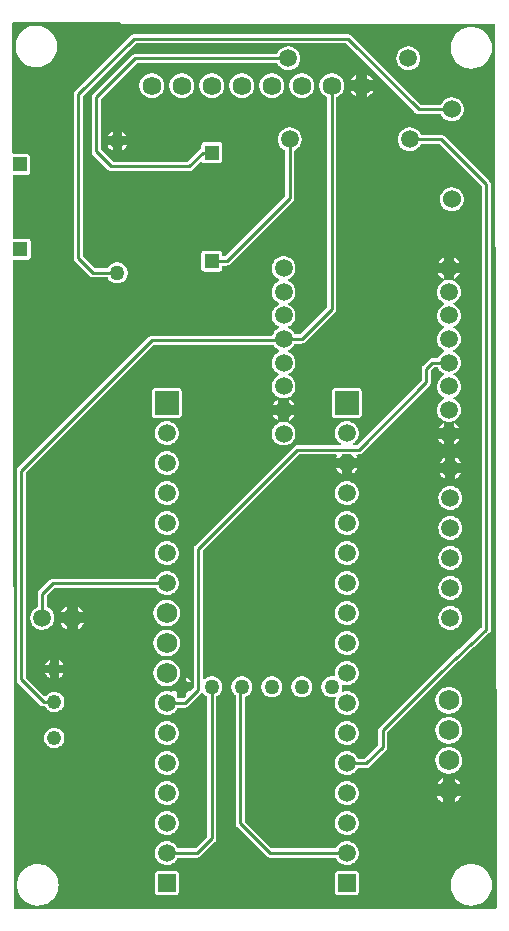
<source format=gbl>
G04 Layer: BottomLayer*
G04 EasyEDA v6.5.47, 2024-09-14 10:47:09*
G04 f333e6e274dc4bcb9767f93c96cd8ca8,df7e7e3c38a3447abd37b529b333d242,10*
G04 Gerber Generator version 0.2*
G04 Scale: 100 percent, Rotated: No, Reflected: No *
G04 Dimensions in millimeters *
G04 leading zeros omitted , absolute positions ,4 integer and 5 decimal *
%FSLAX45Y45*%
%MOMM*%

%ADD10C,0.2540*%
%ADD11C,1.5000*%
%ADD12C,1.5900*%
%ADD13C,1.2600*%
%ADD14R,1.2600X1.2600*%
%ADD15C,1.5240*%
%ADD16C,1.2116*%
%ADD17C,1.6510*%
%ADD18C,1.7500*%
%ADD19C,1.7500*%
%ADD20R,2.0000X2.0000*%
%ADD21R,1.5000X1.5000*%
%ADD22R,0.0195X1.5000*%

%LPD*%
G36*
X594360Y-698500D02*
G01*
X590448Y-697738D01*
X587146Y-695553D01*
X584962Y-692251D01*
X584200Y-688340D01*
X574903Y4787239D01*
X575665Y4791100D01*
X577900Y4794402D01*
X581202Y4796637D01*
X585063Y4797399D01*
X701852Y4797399D01*
X708152Y4798110D01*
X713638Y4799990D01*
X718515Y4803089D01*
X722630Y4807204D01*
X725678Y4812080D01*
X727608Y4817567D01*
X728319Y4823866D01*
X728319Y4948732D01*
X727608Y4955032D01*
X725678Y4960518D01*
X722630Y4965395D01*
X718515Y4969510D01*
X713638Y4972608D01*
X708152Y4974488D01*
X701852Y4975199D01*
X584758Y4975199D01*
X580847Y4975961D01*
X577545Y4978196D01*
X575360Y4981448D01*
X574598Y4985359D01*
X573684Y5504840D01*
X574497Y5508701D01*
X576681Y5512003D01*
X579983Y5514238D01*
X583844Y5515000D01*
X695807Y5515000D01*
X702157Y5515711D01*
X707593Y5517591D01*
X712520Y5520690D01*
X716584Y5524804D01*
X719683Y5529681D01*
X721614Y5535168D01*
X722325Y5541467D01*
X722325Y5666333D01*
X721614Y5672632D01*
X719683Y5678119D01*
X716584Y5682996D01*
X712520Y5687110D01*
X707593Y5690209D01*
X702157Y5692089D01*
X695807Y5692800D01*
X583539Y5692800D01*
X579628Y5693562D01*
X576326Y5695797D01*
X574141Y5699048D01*
X573379Y5702960D01*
X571500Y6797040D01*
X572262Y6800900D01*
X574497Y6804202D01*
X577799Y6806438D01*
X581660Y6807200D01*
X1481683Y6807200D01*
X1485595Y6806438D01*
X1488897Y6804202D01*
X1497888Y6795211D01*
X1499616Y6794500D01*
X4650740Y6794500D01*
X4654651Y6793738D01*
X4657953Y6791553D01*
X4660138Y6788251D01*
X4660900Y6784340D01*
X4673600Y-688340D01*
X4672838Y-692200D01*
X4670602Y-695502D01*
X4667300Y-697738D01*
X4663440Y-698500D01*
G37*

%LPC*%
G36*
X791921Y-671118D02*
G01*
X810006Y-669747D01*
X827786Y-666496D01*
X845210Y-661416D01*
X861974Y-654608D01*
X877925Y-646074D01*
X892962Y-635965D01*
X906881Y-624382D01*
X919530Y-611428D01*
X930757Y-597204D01*
X940460Y-581914D01*
X948588Y-565759D01*
X954938Y-548792D01*
X959561Y-531266D01*
X962355Y-513384D01*
X963269Y-495300D01*
X962355Y-477215D01*
X959561Y-459333D01*
X954938Y-441807D01*
X948588Y-424840D01*
X940460Y-408686D01*
X930757Y-393395D01*
X919530Y-379171D01*
X906881Y-366217D01*
X892962Y-354634D01*
X877925Y-344525D01*
X861974Y-335991D01*
X845210Y-329184D01*
X827786Y-324104D01*
X810006Y-320852D01*
X791921Y-319481D01*
X773836Y-319938D01*
X755853Y-322275D01*
X738225Y-326390D01*
X721156Y-332384D01*
X704748Y-340055D01*
X689203Y-349351D01*
X674725Y-360222D01*
X661416Y-372516D01*
X649478Y-386130D01*
X638962Y-400913D01*
X630072Y-416661D01*
X622808Y-433273D01*
X617321Y-450494D01*
X613613Y-468223D01*
X611733Y-486257D01*
X611733Y-504342D01*
X613613Y-522376D01*
X617321Y-540105D01*
X622808Y-557326D01*
X630072Y-573938D01*
X638962Y-589686D01*
X649478Y-604469D01*
X661416Y-618083D01*
X674725Y-630377D01*
X689203Y-641248D01*
X704748Y-650544D01*
X721156Y-658215D01*
X738225Y-664210D01*
X755853Y-668324D01*
X773836Y-670661D01*
G37*
G36*
X4462221Y-671118D02*
G01*
X4480306Y-669747D01*
X4498086Y-666496D01*
X4515510Y-661416D01*
X4532274Y-654608D01*
X4548225Y-646074D01*
X4563262Y-635965D01*
X4577181Y-624382D01*
X4589830Y-611428D01*
X4601057Y-597204D01*
X4610760Y-581914D01*
X4618888Y-565759D01*
X4625238Y-548792D01*
X4629861Y-531266D01*
X4632655Y-513384D01*
X4633569Y-495300D01*
X4632655Y-477215D01*
X4629861Y-459333D01*
X4625238Y-441807D01*
X4618888Y-424840D01*
X4610760Y-408686D01*
X4601057Y-393395D01*
X4589830Y-379171D01*
X4577181Y-366217D01*
X4563262Y-354634D01*
X4548225Y-344525D01*
X4532274Y-335991D01*
X4515510Y-329184D01*
X4498086Y-324104D01*
X4480306Y-320852D01*
X4462221Y-319481D01*
X4444136Y-319938D01*
X4426153Y-322275D01*
X4408525Y-326390D01*
X4391456Y-332384D01*
X4375048Y-340055D01*
X4359503Y-349351D01*
X4345025Y-360222D01*
X4331716Y-372516D01*
X4319778Y-386130D01*
X4309262Y-400913D01*
X4300372Y-416661D01*
X4293108Y-433273D01*
X4287621Y-450494D01*
X4283913Y-468223D01*
X4282033Y-486257D01*
X4282033Y-504342D01*
X4283913Y-522376D01*
X4287621Y-540105D01*
X4293108Y-557326D01*
X4300372Y-573938D01*
X4309262Y-589686D01*
X4319778Y-604469D01*
X4331716Y-618083D01*
X4345025Y-630377D01*
X4359503Y-641248D01*
X4375048Y-650544D01*
X4391456Y-658215D01*
X4408525Y-664210D01*
X4426153Y-668324D01*
X4444136Y-670661D01*
G37*
G36*
X1876196Y-582015D02*
G01*
X1889810Y-581558D01*
X1894586Y-580898D01*
X1954022Y-580898D01*
X1960372Y-580186D01*
X1965807Y-578307D01*
X1970735Y-575208D01*
X1974799Y-571093D01*
X1977898Y-566216D01*
X1979777Y-560730D01*
X1980488Y-554431D01*
X1980488Y-495960D01*
X1981707Y-480009D01*
X1980488Y-464058D01*
X1980488Y-405587D01*
X1979777Y-399237D01*
X1977898Y-393801D01*
X1974799Y-388874D01*
X1970735Y-384810D01*
X1965807Y-381711D01*
X1960372Y-379780D01*
X1954022Y-379069D01*
X1894586Y-379069D01*
X1889810Y-378409D01*
X1876196Y-377952D01*
X1864563Y-379069D01*
X1805178Y-379069D01*
X1798828Y-379780D01*
X1793392Y-381711D01*
X1788464Y-384810D01*
X1784400Y-388874D01*
X1781302Y-393801D01*
X1779422Y-399237D01*
X1778711Y-405587D01*
X1778711Y-465429D01*
X1777746Y-473201D01*
X1777746Y-486816D01*
X1778711Y-494538D01*
X1778711Y-554431D01*
X1779422Y-560730D01*
X1781302Y-566216D01*
X1784400Y-571093D01*
X1788464Y-575208D01*
X1793392Y-578307D01*
X1798828Y-580186D01*
X1805178Y-580898D01*
X1864563Y-580898D01*
G37*
G36*
X3400196Y-582015D02*
G01*
X3413810Y-581558D01*
X3418586Y-580898D01*
X3478022Y-580898D01*
X3484372Y-580186D01*
X3489807Y-578307D01*
X3494735Y-575208D01*
X3498799Y-571093D01*
X3501898Y-566216D01*
X3503777Y-560730D01*
X3504488Y-554431D01*
X3504488Y-495960D01*
X3505708Y-480009D01*
X3504488Y-464058D01*
X3504488Y-405587D01*
X3503777Y-399237D01*
X3501898Y-393801D01*
X3498799Y-388874D01*
X3494735Y-384810D01*
X3489807Y-381711D01*
X3484372Y-379780D01*
X3478022Y-379069D01*
X3418586Y-379069D01*
X3413810Y-378409D01*
X3400196Y-377952D01*
X3388563Y-379069D01*
X3329178Y-379069D01*
X3322828Y-379780D01*
X3317392Y-381711D01*
X3312464Y-384810D01*
X3308400Y-388874D01*
X3305301Y-393801D01*
X3303422Y-399237D01*
X3302711Y-405587D01*
X3302711Y-465429D01*
X3301746Y-473201D01*
X3301746Y-486816D01*
X3302711Y-494538D01*
X3302711Y-554431D01*
X3303422Y-560730D01*
X3305301Y-566216D01*
X3308400Y-571093D01*
X3312464Y-575208D01*
X3317392Y-578307D01*
X3322828Y-580186D01*
X3329178Y-580898D01*
X3388563Y-580898D01*
G37*
G36*
X3400247Y-326847D02*
G01*
X3413709Y-326390D01*
X3426968Y-324154D01*
X3439871Y-320141D01*
X3452063Y-314452D01*
X3463442Y-307238D01*
X3473754Y-298500D01*
X3482797Y-288544D01*
X3490417Y-277418D01*
X3496462Y-265379D01*
X3500882Y-252628D01*
X3503574Y-239471D01*
X3504488Y-226009D01*
X3503574Y-212547D01*
X3500882Y-199339D01*
X3496462Y-186639D01*
X3490417Y-174599D01*
X3482797Y-163474D01*
X3473754Y-153466D01*
X3463442Y-144780D01*
X3452063Y-137515D01*
X3439871Y-131876D01*
X3426968Y-127863D01*
X3413709Y-125628D01*
X3400247Y-125171D01*
X3386836Y-126542D01*
X3373729Y-129641D01*
X3361131Y-134467D01*
X3349294Y-140970D01*
X3338474Y-148945D01*
X3328771Y-158343D01*
X3320440Y-168910D01*
X3311042Y-184454D01*
X3307791Y-186639D01*
X3303930Y-187401D01*
X2773476Y-187401D01*
X2769616Y-186639D01*
X2766314Y-184404D01*
X2543505Y38404D01*
X2541270Y41706D01*
X2540508Y45618D01*
X2540508Y1089964D01*
X2541320Y1093978D01*
X2543657Y1097330D01*
X2547112Y1099515D01*
X2551531Y1101140D01*
X2562656Y1107236D01*
X2572816Y1114806D01*
X2581757Y1123797D01*
X2589377Y1133957D01*
X2595473Y1145082D01*
X2599893Y1156970D01*
X2602585Y1169365D01*
X2603500Y1182014D01*
X2602585Y1194663D01*
X2599893Y1207058D01*
X2595473Y1218946D01*
X2589377Y1230071D01*
X2581757Y1240180D01*
X2572816Y1249172D01*
X2562656Y1256792D01*
X2551531Y1262837D01*
X2539644Y1267256D01*
X2527249Y1270000D01*
X2514600Y1270863D01*
X2501950Y1270000D01*
X2489555Y1267256D01*
X2477668Y1262837D01*
X2466543Y1256792D01*
X2456383Y1249172D01*
X2447442Y1240180D01*
X2439822Y1230071D01*
X2433726Y1218946D01*
X2429306Y1207058D01*
X2426614Y1194663D01*
X2425700Y1182014D01*
X2426614Y1169365D01*
X2429306Y1156970D01*
X2433726Y1145082D01*
X2439822Y1133957D01*
X2447442Y1123797D01*
X2456383Y1114806D01*
X2459228Y1112723D01*
X2461412Y1110488D01*
X2462834Y1107694D01*
X2463292Y1104595D01*
X2463292Y25908D01*
X2464104Y17881D01*
X2466289Y10668D01*
X2469845Y3962D01*
X2474976Y-2235D01*
X2725623Y-252933D01*
X2731871Y-258064D01*
X2738526Y-261620D01*
X2745790Y-263804D01*
X2753817Y-264617D01*
X3303930Y-264617D01*
X3307791Y-265379D01*
X3311042Y-267563D01*
X3313582Y-271475D01*
X3320440Y-283108D01*
X3328771Y-293674D01*
X3338474Y-303022D01*
X3349294Y-311048D01*
X3361131Y-317500D01*
X3373729Y-322376D01*
X3386836Y-325475D01*
G37*
G36*
X1876247Y-326847D02*
G01*
X1889709Y-326390D01*
X1902968Y-324154D01*
X1915871Y-320141D01*
X1928063Y-314452D01*
X1939442Y-307238D01*
X1949754Y-298500D01*
X1958797Y-288544D01*
X1966417Y-277418D01*
X1970074Y-270205D01*
X1972310Y-267208D01*
X1975459Y-265277D01*
X1979117Y-264617D01*
X2135682Y-264617D01*
X2143709Y-263804D01*
X2150973Y-261620D01*
X2157628Y-258064D01*
X2163876Y-252933D01*
X2287524Y-129235D01*
X2292654Y-123037D01*
X2296210Y-116332D01*
X2298395Y-109118D01*
X2299208Y-101092D01*
X2299208Y1096060D01*
X2299868Y1099616D01*
X2301697Y1102715D01*
X2304491Y1104950D01*
X2308656Y1107236D01*
X2318816Y1114806D01*
X2327757Y1123797D01*
X2335377Y1133957D01*
X2341473Y1145082D01*
X2345893Y1156970D01*
X2348585Y1169365D01*
X2349500Y1182014D01*
X2348585Y1194663D01*
X2345893Y1207058D01*
X2341473Y1218946D01*
X2335377Y1230071D01*
X2327757Y1240180D01*
X2318816Y1249172D01*
X2308656Y1256792D01*
X2297531Y1262837D01*
X2285644Y1267256D01*
X2273249Y1270000D01*
X2260600Y1270863D01*
X2247950Y1270000D01*
X2235555Y1267256D01*
X2223668Y1262837D01*
X2212543Y1256792D01*
X2202230Y1249019D01*
X2198979Y1246835D01*
X2195068Y1246073D01*
X2191156Y1246835D01*
X2187905Y1249019D01*
X2185670Y1252321D01*
X2184908Y1256233D01*
X2184908Y2329281D01*
X2185670Y2333193D01*
X2187905Y2336495D01*
X2997504Y3146094D01*
X3000806Y3148330D01*
X3004718Y3149092D01*
X3312109Y3149092D01*
X3316224Y3148228D01*
X3319678Y3145688D01*
X3321761Y3141980D01*
X3322167Y3137763D01*
X3320846Y3133750D01*
X3313531Y3121507D01*
X3312871Y3119831D01*
X3359759Y3119831D01*
X3359759Y3138932D01*
X3360521Y3142843D01*
X3362706Y3146094D01*
X3366008Y3148330D01*
X3369919Y3149092D01*
X3437280Y3149092D01*
X3441192Y3148330D01*
X3444494Y3146094D01*
X3446678Y3142843D01*
X3447440Y3138932D01*
X3447440Y3119831D01*
X3494227Y3119831D01*
X3490417Y3127400D01*
X3486454Y3133191D01*
X3484778Y3137255D01*
X3485032Y3141624D01*
X3487064Y3145485D01*
X3490518Y3148126D01*
X3494836Y3149092D01*
X3504692Y3149092D01*
X3512718Y3149904D01*
X3519932Y3152089D01*
X3526637Y3155645D01*
X3532835Y3160776D01*
X4103624Y3731564D01*
X4108754Y3737762D01*
X4112310Y3744468D01*
X4114495Y3751681D01*
X4115308Y3759708D01*
X4115308Y3853281D01*
X4116070Y3857193D01*
X4118305Y3860495D01*
X4140758Y3882948D01*
X4143959Y3885133D01*
X4147820Y3885895D01*
X4169562Y3886149D01*
X4173372Y3885437D01*
X4176623Y3883406D01*
X4178909Y3880256D01*
X4180230Y3877411D01*
X4187494Y3866032D01*
X4196181Y3855770D01*
X4206189Y3846728D01*
X4217263Y3839108D01*
X4225340Y3834993D01*
X4228388Y3832656D01*
X4230319Y3829405D01*
X4230928Y3825595D01*
X4230065Y3821887D01*
X4227931Y3818737D01*
X4211624Y3809085D01*
X4201007Y3800703D01*
X4191660Y3791051D01*
X4183684Y3780180D01*
X4177182Y3768344D01*
X4172356Y3755796D01*
X4169206Y3742690D01*
X4167886Y3729278D01*
X4168343Y3715816D01*
X4170578Y3702507D01*
X4174540Y3689654D01*
X4180230Y3677412D01*
X4187494Y3666032D01*
X4196181Y3655771D01*
X4206189Y3646728D01*
X4217263Y3639108D01*
X4225340Y3634994D01*
X4228388Y3632657D01*
X4230319Y3629406D01*
X4230928Y3625596D01*
X4230065Y3621887D01*
X4227931Y3618737D01*
X4211624Y3609086D01*
X4201007Y3600704D01*
X4191660Y3591051D01*
X4183684Y3580180D01*
X4177182Y3568344D01*
X4172356Y3555796D01*
X4169206Y3542690D01*
X4167886Y3529279D01*
X4168343Y3515817D01*
X4170578Y3502507D01*
X4174540Y3489655D01*
X4180230Y3477412D01*
X4187494Y3466033D01*
X4196181Y3455771D01*
X4206189Y3446729D01*
X4217263Y3439109D01*
X4225340Y3434994D01*
X4228388Y3432657D01*
X4230370Y3429203D01*
X4234535Y3430422D01*
X4238345Y3429863D01*
X4242054Y3428593D01*
X4255262Y3425901D01*
X4268724Y3425037D01*
X4282135Y3425901D01*
X4295343Y3428593D01*
X4299051Y3429863D01*
X4302861Y3430422D01*
X4307078Y3429406D01*
X4309008Y3432657D01*
X4312056Y3434994D01*
X4320133Y3439109D01*
X4331208Y3446729D01*
X4341215Y3455771D01*
X4349902Y3466033D01*
X4357166Y3477412D01*
X4362856Y3489655D01*
X4366818Y3502507D01*
X4369054Y3515817D01*
X4369511Y3529279D01*
X4368190Y3542690D01*
X4365040Y3555796D01*
X4360214Y3568344D01*
X4353712Y3580180D01*
X4345736Y3591051D01*
X4336389Y3600704D01*
X4325772Y3609086D01*
X4309465Y3618737D01*
X4307332Y3621887D01*
X4306468Y3625596D01*
X4307078Y3629406D01*
X4309008Y3632657D01*
X4312056Y3634994D01*
X4320133Y3639108D01*
X4331208Y3646728D01*
X4341215Y3655771D01*
X4349902Y3666032D01*
X4357166Y3677412D01*
X4362856Y3689654D01*
X4366818Y3702507D01*
X4369054Y3715816D01*
X4369511Y3729278D01*
X4368190Y3742690D01*
X4365040Y3755796D01*
X4360214Y3768344D01*
X4353712Y3780180D01*
X4345736Y3791051D01*
X4336389Y3800703D01*
X4325772Y3809085D01*
X4309465Y3818737D01*
X4307332Y3821887D01*
X4306468Y3825595D01*
X4307078Y3829405D01*
X4309008Y3832656D01*
X4312056Y3834993D01*
X4320133Y3839108D01*
X4331208Y3846728D01*
X4341215Y3855770D01*
X4349902Y3866032D01*
X4357166Y3877411D01*
X4362856Y3889654D01*
X4366818Y3902506D01*
X4369054Y3915816D01*
X4369511Y3929278D01*
X4368190Y3942689D01*
X4365040Y3955796D01*
X4360214Y3968343D01*
X4353712Y3980179D01*
X4345736Y3991051D01*
X4336389Y4000703D01*
X4325772Y4009085D01*
X4309465Y4018737D01*
X4307332Y4021886D01*
X4306468Y4025595D01*
X4307078Y4029405D01*
X4309008Y4032656D01*
X4312056Y4034993D01*
X4320133Y4039108D01*
X4331208Y4046728D01*
X4341215Y4055770D01*
X4349902Y4066032D01*
X4357166Y4077411D01*
X4362856Y4089654D01*
X4366818Y4102506D01*
X4369054Y4115815D01*
X4369511Y4129278D01*
X4368190Y4142689D01*
X4365040Y4155795D01*
X4360214Y4168343D01*
X4353712Y4180179D01*
X4345736Y4191050D01*
X4336389Y4200702D01*
X4325772Y4209084D01*
X4309465Y4218736D01*
X4307332Y4221886D01*
X4306468Y4225594D01*
X4307078Y4229404D01*
X4309008Y4232656D01*
X4312056Y4234992D01*
X4320133Y4239107D01*
X4331208Y4246727D01*
X4341215Y4255770D01*
X4349902Y4266031D01*
X4357166Y4277410D01*
X4362856Y4289653D01*
X4366818Y4302506D01*
X4369054Y4315815D01*
X4369511Y4329277D01*
X4368190Y4342688D01*
X4365040Y4355795D01*
X4360214Y4368342D01*
X4353712Y4380179D01*
X4345736Y4391050D01*
X4336389Y4400702D01*
X4325772Y4409084D01*
X4309465Y4418736D01*
X4307332Y4421886D01*
X4306468Y4425594D01*
X4307078Y4429404D01*
X4309008Y4432655D01*
X4312056Y4434992D01*
X4320133Y4439107D01*
X4331208Y4446727D01*
X4341215Y4455769D01*
X4349902Y4466031D01*
X4357166Y4477410D01*
X4362856Y4489653D01*
X4366818Y4502505D01*
X4369054Y4515815D01*
X4369511Y4529277D01*
X4368190Y4542688D01*
X4365040Y4555794D01*
X4360214Y4568342D01*
X4353712Y4580178D01*
X4345736Y4591050D01*
X4336389Y4600702D01*
X4325772Y4609084D01*
X4309465Y4618736D01*
X4306976Y4622495D01*
X4303420Y4621479D01*
X4299712Y4621784D01*
X4288790Y4624781D01*
X4275429Y4626559D01*
X4261967Y4626559D01*
X4248607Y4624781D01*
X4237685Y4621784D01*
X4233976Y4621479D01*
X4230268Y4622647D01*
X4227931Y4618736D01*
X4211624Y4609084D01*
X4201007Y4600702D01*
X4191660Y4591050D01*
X4183684Y4580178D01*
X4177182Y4568342D01*
X4172356Y4555794D01*
X4169206Y4542688D01*
X4167886Y4529277D01*
X4168343Y4515815D01*
X4170578Y4502505D01*
X4174540Y4489653D01*
X4180230Y4477410D01*
X4187494Y4466031D01*
X4196181Y4455769D01*
X4206189Y4446727D01*
X4217263Y4439107D01*
X4225340Y4434992D01*
X4228388Y4432655D01*
X4230319Y4429404D01*
X4230928Y4425594D01*
X4230065Y4421886D01*
X4227931Y4418736D01*
X4211624Y4409084D01*
X4201007Y4400702D01*
X4191660Y4391050D01*
X4183684Y4380179D01*
X4177182Y4368342D01*
X4172356Y4355795D01*
X4169206Y4342688D01*
X4167886Y4329277D01*
X4168343Y4315815D01*
X4170578Y4302506D01*
X4174540Y4289653D01*
X4180230Y4277410D01*
X4187494Y4266031D01*
X4196181Y4255770D01*
X4206189Y4246727D01*
X4217263Y4239107D01*
X4225340Y4234992D01*
X4228388Y4232656D01*
X4230319Y4229404D01*
X4230928Y4225594D01*
X4230065Y4221886D01*
X4227931Y4218736D01*
X4211624Y4209084D01*
X4201007Y4200702D01*
X4191660Y4191050D01*
X4183684Y4180179D01*
X4177182Y4168343D01*
X4172356Y4155795D01*
X4169206Y4142689D01*
X4167886Y4129278D01*
X4168343Y4115815D01*
X4170578Y4102506D01*
X4174540Y4089654D01*
X4180230Y4077411D01*
X4187494Y4066032D01*
X4196181Y4055770D01*
X4206189Y4046728D01*
X4217263Y4039108D01*
X4225340Y4034993D01*
X4228388Y4032656D01*
X4230319Y4029405D01*
X4230928Y4025595D01*
X4230065Y4021886D01*
X4227931Y4018737D01*
X4211624Y4009085D01*
X4201007Y4000703D01*
X4191660Y3991051D01*
X4183684Y3980179D01*
X4177334Y3968648D01*
X4175099Y3965854D01*
X4172051Y3964025D01*
X4168546Y3963365D01*
X4127550Y3962908D01*
X4119981Y3962146D01*
X4112768Y3959910D01*
X4106062Y3956354D01*
X4099864Y3951224D01*
X4049776Y3901135D01*
X4044645Y3894937D01*
X4041089Y3888232D01*
X4038904Y3881018D01*
X4038092Y3872992D01*
X4038092Y3779418D01*
X4037329Y3775506D01*
X4035094Y3772204D01*
X3492195Y3229305D01*
X3488893Y3227070D01*
X3484981Y3226308D01*
X3463036Y3226308D01*
X3458819Y3227222D01*
X3455365Y3229813D01*
X3453282Y3233623D01*
X3452977Y3237941D01*
X3454501Y3242005D01*
X3457549Y3245053D01*
X3463442Y3248761D01*
X3473754Y3257499D01*
X3482797Y3267456D01*
X3490417Y3278581D01*
X3496462Y3290620D01*
X3500882Y3303371D01*
X3503574Y3316528D01*
X3504488Y3329990D01*
X3503574Y3343452D01*
X3500882Y3356660D01*
X3496462Y3369360D01*
X3490417Y3381400D01*
X3482797Y3392525D01*
X3473754Y3402533D01*
X3463442Y3411220D01*
X3452063Y3418484D01*
X3439871Y3424123D01*
X3426968Y3428136D01*
X3413709Y3430371D01*
X3400247Y3430828D01*
X3386836Y3429457D01*
X3373729Y3426358D01*
X3361131Y3421532D01*
X3349294Y3415029D01*
X3338474Y3407054D01*
X3328771Y3397656D01*
X3320440Y3387090D01*
X3313582Y3375507D01*
X3308299Y3363112D01*
X3304743Y3350107D01*
X3302965Y3336747D01*
X3302965Y3323285D01*
X3304743Y3309924D01*
X3308299Y3296920D01*
X3313582Y3284524D01*
X3320440Y3272891D01*
X3328771Y3262325D01*
X3338474Y3252978D01*
X3349751Y3244646D01*
X3352546Y3241497D01*
X3353815Y3237484D01*
X3353358Y3233318D01*
X3351276Y3229660D01*
X3347821Y3227171D01*
X3343706Y3226308D01*
X2985008Y3226308D01*
X2976981Y3225495D01*
X2969768Y3223310D01*
X2963062Y3219754D01*
X2956864Y3214624D01*
X2119376Y2377135D01*
X2114245Y2370937D01*
X2110689Y2364232D01*
X2108504Y2357018D01*
X2107692Y2348992D01*
X2107692Y1220978D01*
X2106879Y1217015D01*
X2105761Y1215339D01*
X2106930Y1213561D01*
X2107692Y1209700D01*
X2107692Y1175918D01*
X2106930Y1172006D01*
X2104694Y1168704D01*
X2083104Y1147114D01*
X2079853Y1144930D01*
X2075942Y1144168D01*
X2044446Y1144168D01*
X2044446Y1112672D01*
X2043684Y1108760D01*
X2041448Y1105458D01*
X2021535Y1085545D01*
X2018233Y1083310D01*
X2014321Y1082548D01*
X1979168Y1082548D01*
X1975510Y1083208D01*
X1972360Y1085189D01*
X1969820Y1088593D01*
X1969007Y1090828D01*
X1968754Y1093165D01*
X1968754Y1144168D01*
X1921814Y1144168D01*
X1918716Y1141018D01*
X1914601Y1139545D01*
X1910232Y1139901D01*
X1902968Y1142136D01*
X1889709Y1144371D01*
X1876247Y1144828D01*
X1862836Y1143457D01*
X1849729Y1140358D01*
X1837131Y1135532D01*
X1825294Y1129030D01*
X1814474Y1121054D01*
X1804771Y1111656D01*
X1796440Y1101090D01*
X1789582Y1089507D01*
X1784299Y1077112D01*
X1780743Y1064107D01*
X1778965Y1050747D01*
X1778965Y1037285D01*
X1780743Y1023924D01*
X1784299Y1010919D01*
X1789582Y998524D01*
X1796440Y986891D01*
X1804771Y976325D01*
X1814474Y966978D01*
X1825294Y958951D01*
X1837131Y952500D01*
X1849729Y947623D01*
X1862836Y944524D01*
X1876247Y943152D01*
X1889709Y943610D01*
X1902968Y945845D01*
X1915871Y949858D01*
X1928063Y955548D01*
X1939442Y962761D01*
X1949754Y971499D01*
X1958797Y981456D01*
X1966417Y992581D01*
X1970024Y999744D01*
X1972259Y1002690D01*
X1975459Y1004671D01*
X1979066Y1005332D01*
X2034032Y1005332D01*
X2042058Y1006144D01*
X2049272Y1008329D01*
X2055977Y1011885D01*
X2062175Y1017016D01*
X2173224Y1128064D01*
X2176729Y1131214D01*
X2180183Y1132433D01*
X2183841Y1132382D01*
X2187194Y1131011D01*
X2189886Y1128522D01*
X2193442Y1123797D01*
X2202383Y1114806D01*
X2212543Y1107236D01*
X2216708Y1104950D01*
X2219502Y1102715D01*
X2221331Y1099616D01*
X2221992Y1096060D01*
X2221992Y-81381D01*
X2221230Y-85293D01*
X2218994Y-88595D01*
X2123186Y-184404D01*
X2119884Y-186639D01*
X2116023Y-187401D01*
X1979117Y-187401D01*
X1975459Y-186690D01*
X1972310Y-184759D01*
X1970074Y-181813D01*
X1966417Y-174599D01*
X1958797Y-163474D01*
X1949754Y-153466D01*
X1939442Y-144780D01*
X1928063Y-137515D01*
X1915871Y-131876D01*
X1902968Y-127863D01*
X1889709Y-125628D01*
X1876247Y-125171D01*
X1862836Y-126542D01*
X1849729Y-129641D01*
X1837131Y-134467D01*
X1825294Y-140970D01*
X1814474Y-148945D01*
X1804771Y-158343D01*
X1796440Y-168910D01*
X1789582Y-180492D01*
X1784299Y-192887D01*
X1780743Y-205892D01*
X1778965Y-219252D01*
X1778965Y-232714D01*
X1780743Y-246075D01*
X1784299Y-259079D01*
X1789582Y-271475D01*
X1796440Y-283108D01*
X1804771Y-293674D01*
X1814474Y-303022D01*
X1825294Y-311048D01*
X1837131Y-317500D01*
X1849729Y-322376D01*
X1862836Y-325475D01*
G37*
G36*
X1876247Y-72847D02*
G01*
X1889709Y-72390D01*
X1902968Y-70154D01*
X1915871Y-66141D01*
X1928063Y-60452D01*
X1939442Y-53238D01*
X1949754Y-44500D01*
X1958797Y-34544D01*
X1966417Y-23418D01*
X1972462Y-11379D01*
X1976882Y1371D01*
X1979574Y14528D01*
X1980488Y27990D01*
X1979574Y41452D01*
X1976882Y54660D01*
X1972462Y67360D01*
X1966417Y79400D01*
X1958797Y90525D01*
X1949754Y100533D01*
X1939442Y109220D01*
X1928063Y116484D01*
X1915871Y122123D01*
X1902968Y126136D01*
X1889709Y128371D01*
X1876247Y128828D01*
X1862836Y127457D01*
X1849729Y124358D01*
X1837131Y119532D01*
X1825294Y113030D01*
X1814474Y105054D01*
X1804771Y95656D01*
X1796440Y85090D01*
X1789582Y73507D01*
X1784299Y61112D01*
X1780743Y48107D01*
X1778965Y34747D01*
X1778965Y21285D01*
X1780743Y7924D01*
X1784299Y-5080D01*
X1789582Y-17475D01*
X1796440Y-29108D01*
X1804771Y-39674D01*
X1814474Y-49022D01*
X1825294Y-57048D01*
X1837131Y-63500D01*
X1849729Y-68376D01*
X1862836Y-71475D01*
G37*
G36*
X3400247Y-72847D02*
G01*
X3413709Y-72390D01*
X3426968Y-70154D01*
X3439871Y-66141D01*
X3452063Y-60452D01*
X3463442Y-53238D01*
X3473754Y-44500D01*
X3482797Y-34544D01*
X3490417Y-23418D01*
X3496462Y-11379D01*
X3500882Y1371D01*
X3503574Y14528D01*
X3504488Y27990D01*
X3503574Y41452D01*
X3500882Y54660D01*
X3496462Y67360D01*
X3490417Y79400D01*
X3482797Y90525D01*
X3473754Y100533D01*
X3463442Y109220D01*
X3452063Y116484D01*
X3439871Y122123D01*
X3426968Y126136D01*
X3413709Y128371D01*
X3400247Y128828D01*
X3386836Y127457D01*
X3373729Y124358D01*
X3361131Y119532D01*
X3349294Y113030D01*
X3338474Y105054D01*
X3328771Y95656D01*
X3320440Y85090D01*
X3313582Y73507D01*
X3308299Y61112D01*
X3304743Y48107D01*
X3302965Y34747D01*
X3302965Y21285D01*
X3304743Y7924D01*
X3308299Y-5080D01*
X3313582Y-17475D01*
X3320440Y-29108D01*
X3328771Y-39674D01*
X3338474Y-49022D01*
X3349294Y-57048D01*
X3361131Y-63500D01*
X3373729Y-68376D01*
X3386836Y-71475D01*
G37*
G36*
X1876247Y181152D02*
G01*
X1889709Y181610D01*
X1902968Y183845D01*
X1915871Y187858D01*
X1928063Y193548D01*
X1939442Y200761D01*
X1949754Y209499D01*
X1958797Y219456D01*
X1966417Y230581D01*
X1972462Y242620D01*
X1976882Y255371D01*
X1979574Y268528D01*
X1980488Y281990D01*
X1979574Y295452D01*
X1976882Y308660D01*
X1972462Y321360D01*
X1966417Y333400D01*
X1958797Y344525D01*
X1949754Y354533D01*
X1939442Y363220D01*
X1928063Y370484D01*
X1915871Y376123D01*
X1902968Y380136D01*
X1889709Y382371D01*
X1876247Y382828D01*
X1862836Y381457D01*
X1849729Y378358D01*
X1837131Y373532D01*
X1825294Y367030D01*
X1814474Y359054D01*
X1804771Y349656D01*
X1796440Y339090D01*
X1789582Y327507D01*
X1784299Y315112D01*
X1780743Y302107D01*
X1778965Y288747D01*
X1778965Y275285D01*
X1780743Y261924D01*
X1784299Y248920D01*
X1789582Y236524D01*
X1796440Y224891D01*
X1804771Y214325D01*
X1814474Y204978D01*
X1825294Y196951D01*
X1837131Y190500D01*
X1849729Y185623D01*
X1862836Y182524D01*
G37*
G36*
X3400247Y181152D02*
G01*
X3413709Y181610D01*
X3426968Y183845D01*
X3439871Y187858D01*
X3452063Y193548D01*
X3463442Y200761D01*
X3473754Y209499D01*
X3482797Y219456D01*
X3490417Y230581D01*
X3496462Y242620D01*
X3500882Y255371D01*
X3503574Y268528D01*
X3504488Y281990D01*
X3503574Y295452D01*
X3500882Y308660D01*
X3496462Y321360D01*
X3490417Y333400D01*
X3482797Y344525D01*
X3473754Y354533D01*
X3463442Y363220D01*
X3452063Y370484D01*
X3439871Y376123D01*
X3426968Y380136D01*
X3413709Y382371D01*
X3400247Y382828D01*
X3386836Y381457D01*
X3373729Y378358D01*
X3361131Y373532D01*
X3349294Y367030D01*
X3338474Y359054D01*
X3328771Y349656D01*
X3320440Y339090D01*
X3313582Y327507D01*
X3308299Y315112D01*
X3304743Y302107D01*
X3302965Y288747D01*
X3302965Y275285D01*
X3304743Y261924D01*
X3308299Y248920D01*
X3313582Y236524D01*
X3320440Y224891D01*
X3328771Y214325D01*
X3338474Y204978D01*
X3349294Y196951D01*
X3361131Y190500D01*
X3373729Y185623D01*
X3386836Y182524D01*
G37*
G36*
X4217111Y203352D02*
G01*
X4217111Y254711D01*
X4165701Y254711D01*
X4170222Y246024D01*
X4178554Y234086D01*
X4188307Y223367D01*
X4199382Y213918D01*
X4211574Y205994D01*
G37*
G36*
X4317288Y203352D02*
G01*
X4322826Y205994D01*
X4335018Y213918D01*
X4346092Y223367D01*
X4355846Y234086D01*
X4364177Y246024D01*
X4368698Y254711D01*
X4317288Y254711D01*
G37*
G36*
X4317288Y354888D02*
G01*
X4368749Y354888D01*
X4367733Y357225D01*
X4360214Y369671D01*
X4351121Y381050D01*
X4340707Y391160D01*
X4329074Y399846D01*
X4317288Y406450D01*
G37*
G36*
X4165650Y354888D02*
G01*
X4217111Y354888D01*
X4217111Y406450D01*
X4205325Y399846D01*
X4193692Y391160D01*
X4183278Y381050D01*
X4174185Y369671D01*
X4166666Y357225D01*
G37*
G36*
X1876247Y435152D02*
G01*
X1889709Y435609D01*
X1902968Y437845D01*
X1915871Y441858D01*
X1928063Y447548D01*
X1939442Y454761D01*
X1949754Y463499D01*
X1958797Y473456D01*
X1966417Y484581D01*
X1972462Y496620D01*
X1976882Y509371D01*
X1979574Y522528D01*
X1980488Y535990D01*
X1979574Y549452D01*
X1976882Y562660D01*
X1972462Y575360D01*
X1966417Y587400D01*
X1958797Y598525D01*
X1949754Y608533D01*
X1939442Y617220D01*
X1928063Y624484D01*
X1915871Y630123D01*
X1902968Y634136D01*
X1889709Y636371D01*
X1876247Y636828D01*
X1862836Y635457D01*
X1849729Y632358D01*
X1837131Y627532D01*
X1825294Y621030D01*
X1814474Y613054D01*
X1804771Y603656D01*
X1796440Y593090D01*
X1789582Y581507D01*
X1784299Y569112D01*
X1780743Y556107D01*
X1778965Y542747D01*
X1778965Y529285D01*
X1780743Y515924D01*
X1784299Y502920D01*
X1789582Y490524D01*
X1796440Y478891D01*
X1804771Y468325D01*
X1814474Y458978D01*
X1825294Y450951D01*
X1837131Y444500D01*
X1849729Y439623D01*
X1862836Y436524D01*
G37*
G36*
X3400247Y435152D02*
G01*
X3413709Y435609D01*
X3426968Y437845D01*
X3439871Y441858D01*
X3452063Y447548D01*
X3463442Y454761D01*
X3473754Y463499D01*
X3482797Y473456D01*
X3490417Y484581D01*
X3492754Y489204D01*
X3494989Y492150D01*
X3498138Y494131D01*
X3501796Y494792D01*
X3568192Y494792D01*
X3576218Y495604D01*
X3583432Y497789D01*
X3590137Y501345D01*
X3596335Y506476D01*
X3735324Y645464D01*
X3740454Y651662D01*
X3744010Y658368D01*
X3746195Y665581D01*
X3747008Y673608D01*
X3747008Y792581D01*
X3747770Y796493D01*
X3750005Y799795D01*
X4230674Y1280464D01*
X4610963Y1635404D01*
X4616754Y1642262D01*
X4620310Y1648968D01*
X4622495Y1656181D01*
X4623308Y1664207D01*
X4623308Y5435092D01*
X4622495Y5443118D01*
X4620310Y5450332D01*
X4616754Y5457037D01*
X4611624Y5463235D01*
X4231335Y5843524D01*
X4225137Y5848654D01*
X4218432Y5852210D01*
X4211218Y5854395D01*
X4203192Y5855208D01*
X4036669Y5855208D01*
X4032808Y5855970D01*
X4029557Y5858154D01*
X4020159Y5873699D01*
X4011828Y5884265D01*
X4002125Y5893663D01*
X3991305Y5901639D01*
X3979468Y5908090D01*
X3966870Y5912967D01*
X3953764Y5916066D01*
X3940352Y5917438D01*
X3926890Y5916980D01*
X3913632Y5914745D01*
X3900728Y5910732D01*
X3888536Y5905093D01*
X3877157Y5897829D01*
X3866845Y5889142D01*
X3857802Y5879134D01*
X3850182Y5868009D01*
X3844137Y5855970D01*
X3839718Y5843270D01*
X3837025Y5830062D01*
X3836111Y5816600D01*
X3837025Y5803138D01*
X3839718Y5789930D01*
X3844137Y5777230D01*
X3850182Y5765190D01*
X3857802Y5754065D01*
X3866845Y5744057D01*
X3877157Y5735370D01*
X3888536Y5728106D01*
X3900728Y5722467D01*
X3913632Y5718454D01*
X3926890Y5716219D01*
X3940352Y5715762D01*
X3953764Y5717133D01*
X3966870Y5720232D01*
X3979468Y5725109D01*
X3991305Y5731560D01*
X4002125Y5739536D01*
X4011828Y5748934D01*
X4020159Y5759500D01*
X4029557Y5775045D01*
X4032808Y5777230D01*
X4036669Y5777992D01*
X4183481Y5777992D01*
X4187393Y5777230D01*
X4190695Y5774994D01*
X4543094Y5422595D01*
X4545330Y5419293D01*
X4546092Y5415381D01*
X4546092Y1684883D01*
X4545228Y1680819D01*
X4542840Y1677466D01*
X4176318Y1335328D01*
X3681476Y840435D01*
X3676345Y834237D01*
X3672789Y827532D01*
X3670604Y820318D01*
X3669792Y812292D01*
X3669792Y693318D01*
X3669029Y689406D01*
X3666794Y686104D01*
X3555695Y575005D01*
X3552393Y572770D01*
X3548481Y572008D01*
X3504437Y572008D01*
X3500780Y572668D01*
X3497630Y574649D01*
X3495344Y577596D01*
X3490417Y587400D01*
X3482797Y598525D01*
X3473754Y608533D01*
X3463442Y617220D01*
X3452063Y624484D01*
X3439871Y630123D01*
X3426968Y634136D01*
X3413709Y636371D01*
X3400247Y636828D01*
X3386836Y635457D01*
X3373729Y632358D01*
X3361131Y627532D01*
X3349294Y621030D01*
X3338474Y613054D01*
X3328771Y603656D01*
X3320440Y593090D01*
X3313582Y581507D01*
X3308299Y569112D01*
X3304743Y556107D01*
X3302965Y542747D01*
X3302965Y529285D01*
X3304743Y515924D01*
X3308299Y502920D01*
X3313582Y490524D01*
X3320440Y478891D01*
X3328771Y468325D01*
X3338474Y458978D01*
X3349294Y450951D01*
X3361131Y444500D01*
X3373729Y439623D01*
X3386836Y436524D01*
G37*
G36*
X4267200Y445414D02*
G01*
X4281678Y446328D01*
X4295952Y449122D01*
X4309770Y453694D01*
X4322826Y459993D01*
X4335018Y467918D01*
X4346092Y477367D01*
X4355846Y488086D01*
X4364177Y500024D01*
X4370882Y512927D01*
X4375912Y526542D01*
X4379112Y540715D01*
X4380534Y555142D01*
X4380077Y569671D01*
X4377740Y584047D01*
X4373626Y597966D01*
X4367733Y611225D01*
X4360214Y623671D01*
X4351121Y635050D01*
X4340707Y645160D01*
X4329074Y653846D01*
X4316374Y660958D01*
X4302912Y666394D01*
X4288891Y670102D01*
X4274464Y671931D01*
X4259935Y671931D01*
X4245508Y670102D01*
X4231487Y666394D01*
X4218025Y660958D01*
X4205325Y653846D01*
X4193692Y645160D01*
X4183278Y635050D01*
X4174185Y623671D01*
X4166666Y611225D01*
X4160774Y597966D01*
X4156659Y584047D01*
X4154322Y569671D01*
X4153865Y555142D01*
X4155287Y540715D01*
X4158487Y526542D01*
X4163517Y512927D01*
X4170222Y500024D01*
X4178554Y488086D01*
X4188307Y477367D01*
X4199382Y467918D01*
X4211574Y459993D01*
X4224629Y453694D01*
X4238447Y449122D01*
X4252722Y446328D01*
G37*
G36*
X927100Y662838D02*
G01*
X939393Y663702D01*
X951484Y666343D01*
X963015Y670661D01*
X973836Y676554D01*
X983742Y683971D01*
X992428Y692658D01*
X999845Y702564D01*
X1005738Y713384D01*
X1010056Y724916D01*
X1012698Y737006D01*
X1013561Y749300D01*
X1012698Y761593D01*
X1010056Y773684D01*
X1005738Y785215D01*
X999845Y796036D01*
X992428Y805942D01*
X983742Y814628D01*
X973836Y822045D01*
X963015Y827938D01*
X951484Y832256D01*
X939393Y834898D01*
X927100Y835761D01*
X914806Y834898D01*
X902716Y832256D01*
X891184Y827938D01*
X880364Y822045D01*
X870458Y814628D01*
X861771Y805942D01*
X854354Y796036D01*
X848461Y785215D01*
X844143Y773684D01*
X841502Y761593D01*
X840638Y749300D01*
X841502Y737006D01*
X844143Y724916D01*
X848461Y713384D01*
X854354Y702564D01*
X861771Y692658D01*
X870458Y683971D01*
X880364Y676554D01*
X891184Y670661D01*
X902716Y666343D01*
X914806Y663702D01*
G37*
G36*
X1876247Y689152D02*
G01*
X1889709Y689610D01*
X1902968Y691845D01*
X1915871Y695858D01*
X1928063Y701548D01*
X1939442Y708761D01*
X1949754Y717499D01*
X1958797Y727456D01*
X1966417Y738581D01*
X1972462Y750620D01*
X1976882Y763371D01*
X1979574Y776528D01*
X1980488Y789990D01*
X1979574Y803452D01*
X1976882Y816660D01*
X1972462Y829360D01*
X1966417Y841400D01*
X1958797Y852525D01*
X1949754Y862533D01*
X1939442Y871219D01*
X1928063Y878484D01*
X1915871Y884123D01*
X1902968Y888136D01*
X1889709Y890371D01*
X1876247Y890828D01*
X1862836Y889457D01*
X1849729Y886358D01*
X1837131Y881532D01*
X1825294Y875030D01*
X1814474Y867054D01*
X1804771Y857656D01*
X1796440Y847090D01*
X1789582Y835507D01*
X1784299Y823112D01*
X1780743Y810107D01*
X1778965Y796747D01*
X1778965Y783285D01*
X1780743Y769924D01*
X1784299Y756920D01*
X1789582Y744524D01*
X1796440Y732891D01*
X1804771Y722325D01*
X1814474Y712978D01*
X1825294Y704951D01*
X1837131Y698500D01*
X1849729Y693623D01*
X1862836Y690524D01*
G37*
G36*
X3400247Y689152D02*
G01*
X3413709Y689610D01*
X3426968Y691845D01*
X3439871Y695858D01*
X3452063Y701548D01*
X3463442Y708761D01*
X3473754Y717499D01*
X3482797Y727456D01*
X3490417Y738581D01*
X3496462Y750620D01*
X3500882Y763371D01*
X3503574Y776528D01*
X3504488Y789990D01*
X3503574Y803452D01*
X3500882Y816660D01*
X3496462Y829360D01*
X3490417Y841400D01*
X3482797Y852525D01*
X3473754Y862533D01*
X3463442Y871219D01*
X3452063Y878484D01*
X3439871Y884123D01*
X3426968Y888136D01*
X3413709Y890371D01*
X3400247Y890828D01*
X3386836Y889457D01*
X3373729Y886358D01*
X3361131Y881532D01*
X3349294Y875030D01*
X3338474Y867054D01*
X3328771Y857656D01*
X3320440Y847090D01*
X3313582Y835507D01*
X3308299Y823112D01*
X3304743Y810107D01*
X3302965Y796747D01*
X3302965Y783285D01*
X3304743Y769924D01*
X3308299Y756920D01*
X3313582Y744524D01*
X3320440Y732891D01*
X3328771Y722325D01*
X3338474Y712978D01*
X3349294Y704951D01*
X3361131Y698500D01*
X3373729Y693623D01*
X3386836Y690524D01*
G37*
G36*
X4267200Y699414D02*
G01*
X4281678Y700328D01*
X4295952Y703122D01*
X4309770Y707694D01*
X4322826Y713994D01*
X4335018Y721918D01*
X4346092Y731367D01*
X4355846Y742086D01*
X4364177Y754024D01*
X4370882Y766927D01*
X4375912Y780542D01*
X4379112Y794715D01*
X4380534Y809142D01*
X4380077Y823671D01*
X4377740Y838047D01*
X4373626Y851966D01*
X4367733Y865225D01*
X4360214Y877671D01*
X4351121Y889050D01*
X4340707Y899160D01*
X4329074Y907846D01*
X4316374Y914958D01*
X4302912Y920394D01*
X4288891Y924102D01*
X4274464Y925931D01*
X4259935Y925931D01*
X4245508Y924102D01*
X4231487Y920394D01*
X4218025Y914958D01*
X4205325Y907846D01*
X4193692Y899160D01*
X4183278Y889050D01*
X4174185Y877671D01*
X4166666Y865225D01*
X4160774Y851966D01*
X4156659Y838047D01*
X4154322Y823671D01*
X4153865Y809142D01*
X4155287Y794715D01*
X4158487Y780542D01*
X4163517Y766927D01*
X4170222Y754024D01*
X4178554Y742086D01*
X4188307Y731367D01*
X4199382Y721918D01*
X4211574Y713994D01*
X4224629Y707694D01*
X4238447Y703122D01*
X4252722Y700328D01*
G37*
G36*
X3400247Y943152D02*
G01*
X3413709Y943610D01*
X3426968Y945845D01*
X3439871Y949858D01*
X3452063Y955548D01*
X3463442Y962761D01*
X3473754Y971499D01*
X3482797Y981456D01*
X3490417Y992581D01*
X3496462Y1004620D01*
X3500882Y1017371D01*
X3503574Y1030528D01*
X3504488Y1043990D01*
X3503574Y1057452D01*
X3500882Y1070660D01*
X3496462Y1083360D01*
X3490417Y1095400D01*
X3482797Y1106525D01*
X3473754Y1116533D01*
X3463442Y1125220D01*
X3452063Y1132484D01*
X3439871Y1138123D01*
X3426968Y1142136D01*
X3413709Y1144371D01*
X3400247Y1144828D01*
X3386836Y1143457D01*
X3373729Y1140358D01*
X3369919Y1139698D01*
X3366109Y1140460D01*
X3362909Y1142644D01*
X3360724Y1145794D01*
X3359912Y1149604D01*
X3360572Y1153414D01*
X3361893Y1156970D01*
X3364585Y1169365D01*
X3365500Y1182014D01*
X3364890Y1190142D01*
X3365347Y1193901D01*
X3367125Y1197254D01*
X3370021Y1199743D01*
X3373577Y1200962D01*
X3377387Y1200759D01*
X3386836Y1198524D01*
X3400247Y1197152D01*
X3413709Y1197610D01*
X3426968Y1199845D01*
X3439871Y1203858D01*
X3452063Y1209548D01*
X3463442Y1216761D01*
X3473754Y1225499D01*
X3482797Y1235456D01*
X3490417Y1246581D01*
X3496462Y1258620D01*
X3500882Y1271371D01*
X3503574Y1284528D01*
X3504488Y1297990D01*
X3503574Y1311452D01*
X3500882Y1324660D01*
X3496462Y1337360D01*
X3490417Y1349400D01*
X3482797Y1360525D01*
X3473754Y1370533D01*
X3463442Y1379220D01*
X3452063Y1386484D01*
X3439871Y1392123D01*
X3426968Y1396136D01*
X3413709Y1398371D01*
X3400247Y1398828D01*
X3386836Y1397457D01*
X3373729Y1394358D01*
X3361131Y1389532D01*
X3349294Y1383030D01*
X3338474Y1375054D01*
X3328771Y1365656D01*
X3320440Y1355090D01*
X3313582Y1343507D01*
X3308299Y1331112D01*
X3304743Y1318107D01*
X3302965Y1304747D01*
X3302965Y1291285D01*
X3304387Y1280617D01*
X3304133Y1276756D01*
X3302508Y1273251D01*
X3299663Y1270609D01*
X3296005Y1269238D01*
X3292144Y1269339D01*
X3289249Y1270000D01*
X3276600Y1270863D01*
X3263950Y1270000D01*
X3251555Y1267256D01*
X3239668Y1262837D01*
X3228543Y1256792D01*
X3218383Y1249172D01*
X3209442Y1240180D01*
X3201822Y1230071D01*
X3195726Y1218946D01*
X3191306Y1207058D01*
X3188614Y1194663D01*
X3187700Y1182014D01*
X3188614Y1169365D01*
X3191306Y1156970D01*
X3195726Y1145082D01*
X3201822Y1133957D01*
X3209442Y1123797D01*
X3218383Y1114806D01*
X3228543Y1107236D01*
X3239668Y1101140D01*
X3251555Y1096721D01*
X3263950Y1094028D01*
X3276600Y1093114D01*
X3289249Y1094028D01*
X3298951Y1096111D01*
X3303371Y1096111D01*
X3307334Y1094232D01*
X3310178Y1090828D01*
X3311296Y1086561D01*
X3310483Y1082243D01*
X3308299Y1077112D01*
X3304743Y1064107D01*
X3302965Y1050747D01*
X3302965Y1037285D01*
X3304743Y1023924D01*
X3308299Y1010919D01*
X3313582Y998524D01*
X3320440Y986891D01*
X3328771Y976325D01*
X3338474Y966978D01*
X3349294Y958951D01*
X3361131Y952500D01*
X3373729Y947623D01*
X3386836Y944524D01*
G37*
G36*
X4267200Y953414D02*
G01*
X4281678Y954328D01*
X4295952Y957122D01*
X4309770Y961694D01*
X4322826Y967994D01*
X4335018Y975918D01*
X4346092Y985367D01*
X4355846Y996086D01*
X4364177Y1008024D01*
X4370882Y1020927D01*
X4375912Y1034542D01*
X4379112Y1048715D01*
X4380534Y1063142D01*
X4380077Y1077671D01*
X4377740Y1092047D01*
X4373626Y1105966D01*
X4367733Y1119225D01*
X4360214Y1131671D01*
X4351121Y1143050D01*
X4340707Y1153160D01*
X4329074Y1161846D01*
X4316374Y1168958D01*
X4302912Y1174394D01*
X4288891Y1178102D01*
X4274464Y1179931D01*
X4259935Y1179931D01*
X4245508Y1178102D01*
X4231487Y1174394D01*
X4218025Y1168958D01*
X4205325Y1161846D01*
X4193692Y1153160D01*
X4183278Y1143050D01*
X4174185Y1131671D01*
X4166666Y1119225D01*
X4160774Y1105966D01*
X4156659Y1092047D01*
X4154322Y1077671D01*
X4153865Y1063142D01*
X4155287Y1048715D01*
X4158487Y1034542D01*
X4163517Y1020927D01*
X4170222Y1008024D01*
X4178554Y996086D01*
X4188307Y985367D01*
X4199382Y975918D01*
X4211574Y967994D01*
X4224629Y961694D01*
X4238447Y957122D01*
X4252722Y954328D01*
G37*
G36*
X927100Y967638D02*
G01*
X939393Y968502D01*
X951484Y971143D01*
X963015Y975461D01*
X973836Y981354D01*
X983742Y988771D01*
X992428Y997458D01*
X999845Y1007364D01*
X1005738Y1018184D01*
X1010056Y1029716D01*
X1012698Y1041806D01*
X1013561Y1054100D01*
X1012698Y1066393D01*
X1010056Y1078484D01*
X1005738Y1090015D01*
X999845Y1100836D01*
X992428Y1110742D01*
X983742Y1119428D01*
X973836Y1126845D01*
X963015Y1132738D01*
X951484Y1137056D01*
X939393Y1139698D01*
X927100Y1140561D01*
X914806Y1139698D01*
X902716Y1137056D01*
X891184Y1132738D01*
X880364Y1126845D01*
X870458Y1119428D01*
X861771Y1110742D01*
X857808Y1105458D01*
X854557Y1102664D01*
X850442Y1101445D01*
X846124Y1102055D01*
X842518Y1104392D01*
X689305Y1257604D01*
X687070Y1260906D01*
X686308Y1264818D01*
X686308Y2989681D01*
X687070Y2993593D01*
X689305Y2996895D01*
X1765604Y4073194D01*
X1768906Y4075429D01*
X1772818Y4076192D01*
X2775458Y4076192D01*
X2778760Y4075633D01*
X2781757Y4074007D01*
X2783992Y4071518D01*
X2787497Y4066032D01*
X2796184Y4055770D01*
X2806192Y4046728D01*
X2817266Y4039108D01*
X2825343Y4034993D01*
X2828391Y4032656D01*
X2830322Y4029405D01*
X2830931Y4025595D01*
X2830068Y4021886D01*
X2827934Y4018737D01*
X2811627Y4009085D01*
X2801010Y4000703D01*
X2791663Y3991051D01*
X2783687Y3980179D01*
X2777185Y3968343D01*
X2772359Y3955796D01*
X2769209Y3942689D01*
X2767888Y3929278D01*
X2768346Y3915816D01*
X2770581Y3902506D01*
X2774543Y3889654D01*
X2780233Y3877411D01*
X2787497Y3866032D01*
X2796184Y3855770D01*
X2806192Y3846728D01*
X2817266Y3839108D01*
X2825343Y3834993D01*
X2828391Y3832656D01*
X2830322Y3829405D01*
X2830931Y3825595D01*
X2830068Y3821887D01*
X2827934Y3818737D01*
X2811627Y3809085D01*
X2801010Y3800703D01*
X2791663Y3791051D01*
X2783687Y3780180D01*
X2777185Y3768344D01*
X2772359Y3755796D01*
X2769209Y3742690D01*
X2767888Y3729278D01*
X2768346Y3715816D01*
X2770581Y3702507D01*
X2774543Y3689654D01*
X2780233Y3677412D01*
X2787497Y3666032D01*
X2796184Y3655771D01*
X2806192Y3646728D01*
X2817266Y3639108D01*
X2825343Y3634994D01*
X2828391Y3632657D01*
X2830372Y3629202D01*
X2834538Y3630422D01*
X2838348Y3629863D01*
X2842056Y3628593D01*
X2855264Y3625900D01*
X2868726Y3625037D01*
X2882138Y3625900D01*
X2895346Y3628593D01*
X2899054Y3629863D01*
X2902864Y3630422D01*
X2907080Y3629406D01*
X2909011Y3632657D01*
X2912059Y3634994D01*
X2920136Y3639108D01*
X2931210Y3646728D01*
X2941218Y3655771D01*
X2949905Y3666032D01*
X2957169Y3677412D01*
X2962859Y3689654D01*
X2966821Y3702507D01*
X2969056Y3715816D01*
X2969514Y3729278D01*
X2968193Y3742690D01*
X2965043Y3755796D01*
X2960217Y3768344D01*
X2953715Y3780180D01*
X2945739Y3791051D01*
X2936392Y3800703D01*
X2925775Y3809085D01*
X2909468Y3818737D01*
X2907334Y3821887D01*
X2906471Y3825595D01*
X2907080Y3829405D01*
X2909011Y3832656D01*
X2912059Y3834993D01*
X2920136Y3839108D01*
X2931210Y3846728D01*
X2941218Y3855770D01*
X2949905Y3866032D01*
X2957169Y3877411D01*
X2962859Y3889654D01*
X2966821Y3902506D01*
X2969056Y3915816D01*
X2969514Y3929278D01*
X2968193Y3942689D01*
X2965043Y3955796D01*
X2960217Y3968343D01*
X2953715Y3980179D01*
X2945739Y3991051D01*
X2936392Y4000703D01*
X2925775Y4009085D01*
X2909468Y4018737D01*
X2907334Y4021886D01*
X2906471Y4025595D01*
X2907080Y4029405D01*
X2909011Y4032656D01*
X2912059Y4034993D01*
X2920136Y4039108D01*
X2931210Y4046728D01*
X2941218Y4055770D01*
X2949905Y4066032D01*
X2957169Y4077411D01*
X2959049Y4081475D01*
X2961284Y4084574D01*
X2964535Y4086656D01*
X2968294Y4087368D01*
X3020568Y4087368D01*
X3028594Y4088180D01*
X3035808Y4090365D01*
X3042513Y4093921D01*
X3048711Y4099051D01*
X3303524Y4353864D01*
X3308654Y4360062D01*
X3312210Y4366768D01*
X3314395Y4373981D01*
X3315208Y4382008D01*
X3315208Y6167170D01*
X3315919Y6170828D01*
X3317900Y6174028D01*
X3320897Y6176264D01*
X3329279Y6180429D01*
X3340760Y6188100D01*
X3351123Y6197193D01*
X3360216Y6207556D01*
X3367887Y6218986D01*
X3373983Y6231382D01*
X3378403Y6244437D01*
X3381095Y6257950D01*
X3381959Y6271717D01*
X3381095Y6285433D01*
X3378403Y6298996D01*
X3373983Y6312001D01*
X3367887Y6324396D01*
X3360216Y6335826D01*
X3351123Y6346240D01*
X3340760Y6355283D01*
X3329279Y6362954D01*
X3316935Y6369050D01*
X3303879Y6373469D01*
X3290366Y6376162D01*
X3276600Y6377076D01*
X3262833Y6376162D01*
X3249320Y6373469D01*
X3236264Y6369050D01*
X3223920Y6362954D01*
X3212439Y6355283D01*
X3202076Y6346240D01*
X3192983Y6335826D01*
X3185312Y6324396D01*
X3179216Y6312001D01*
X3174796Y6298996D01*
X3172104Y6285433D01*
X3171190Y6271717D01*
X3172104Y6257950D01*
X3174796Y6244437D01*
X3179216Y6231382D01*
X3185312Y6218986D01*
X3192983Y6207556D01*
X3202076Y6197193D01*
X3212439Y6188100D01*
X3223920Y6180429D01*
X3232302Y6176264D01*
X3235299Y6174028D01*
X3237280Y6170828D01*
X3237992Y6167170D01*
X3237992Y4401718D01*
X3237230Y4397806D01*
X3234994Y4394504D01*
X3008071Y4167581D01*
X3004769Y4165346D01*
X3000857Y4164584D01*
X2968294Y4164584D01*
X2964738Y4165244D01*
X2961640Y4167073D01*
X2959404Y4169867D01*
X2953715Y4180179D01*
X2945739Y4191050D01*
X2936392Y4200702D01*
X2925775Y4209084D01*
X2909468Y4218736D01*
X2907334Y4221886D01*
X2906471Y4225594D01*
X2907080Y4229404D01*
X2909011Y4232656D01*
X2912059Y4234992D01*
X2920136Y4239107D01*
X2931210Y4246727D01*
X2941218Y4255770D01*
X2949905Y4266031D01*
X2957169Y4277410D01*
X2962859Y4289653D01*
X2966821Y4302506D01*
X2969056Y4315815D01*
X2969514Y4329277D01*
X2968193Y4342688D01*
X2965043Y4355795D01*
X2960217Y4368342D01*
X2953715Y4380179D01*
X2945739Y4391050D01*
X2936392Y4400702D01*
X2925775Y4409084D01*
X2909468Y4418736D01*
X2907334Y4421886D01*
X2906471Y4425594D01*
X2907080Y4429404D01*
X2909011Y4432655D01*
X2912059Y4434992D01*
X2920136Y4439107D01*
X2931210Y4446727D01*
X2941218Y4455769D01*
X2949905Y4466031D01*
X2957169Y4477410D01*
X2962859Y4489653D01*
X2966821Y4502505D01*
X2969056Y4515815D01*
X2969514Y4529277D01*
X2968193Y4542688D01*
X2965043Y4555794D01*
X2960217Y4568342D01*
X2953715Y4580178D01*
X2945739Y4591050D01*
X2936392Y4600702D01*
X2925775Y4609084D01*
X2909468Y4618736D01*
X2907334Y4621885D01*
X2906471Y4625594D01*
X2907080Y4629404D01*
X2909011Y4632655D01*
X2912059Y4634992D01*
X2920136Y4639106D01*
X2931210Y4646726D01*
X2941218Y4655769D01*
X2949905Y4666030D01*
X2957169Y4677410D01*
X2962859Y4689652D01*
X2966821Y4702505D01*
X2969056Y4715814D01*
X2969514Y4729276D01*
X2968193Y4742688D01*
X2965043Y4755794D01*
X2960217Y4768342D01*
X2953715Y4780178D01*
X2945739Y4791049D01*
X2936392Y4800701D01*
X2925775Y4809083D01*
X2914192Y4815941D01*
X2901797Y4821224D01*
X2888792Y4824780D01*
X2875432Y4826558D01*
X2861970Y4826558D01*
X2848610Y4824780D01*
X2835605Y4821224D01*
X2823210Y4815941D01*
X2811627Y4809083D01*
X2801010Y4800701D01*
X2791663Y4791049D01*
X2783687Y4780178D01*
X2777185Y4768342D01*
X2772359Y4755794D01*
X2769209Y4742688D01*
X2767888Y4729276D01*
X2768346Y4715814D01*
X2770581Y4702505D01*
X2774543Y4689652D01*
X2780233Y4677410D01*
X2787497Y4666030D01*
X2796184Y4655769D01*
X2806192Y4646726D01*
X2817266Y4639106D01*
X2825343Y4634992D01*
X2828391Y4632655D01*
X2830322Y4629404D01*
X2830931Y4625594D01*
X2830068Y4621885D01*
X2827934Y4618736D01*
X2811627Y4609084D01*
X2801010Y4600702D01*
X2791663Y4591050D01*
X2783687Y4580178D01*
X2777185Y4568342D01*
X2772359Y4555794D01*
X2769209Y4542688D01*
X2767888Y4529277D01*
X2768346Y4515815D01*
X2770581Y4502505D01*
X2774543Y4489653D01*
X2780233Y4477410D01*
X2787497Y4466031D01*
X2796184Y4455769D01*
X2806192Y4446727D01*
X2817266Y4439107D01*
X2825343Y4434992D01*
X2828391Y4432655D01*
X2830322Y4429404D01*
X2830931Y4425594D01*
X2830068Y4421886D01*
X2827934Y4418736D01*
X2811627Y4409084D01*
X2801010Y4400702D01*
X2791663Y4391050D01*
X2783687Y4380179D01*
X2777185Y4368342D01*
X2772359Y4355795D01*
X2769209Y4342688D01*
X2767888Y4329277D01*
X2768346Y4315815D01*
X2770581Y4302506D01*
X2774543Y4289653D01*
X2780233Y4277410D01*
X2787497Y4266031D01*
X2796184Y4255770D01*
X2806192Y4246727D01*
X2817266Y4239107D01*
X2825343Y4234992D01*
X2828391Y4232656D01*
X2830322Y4229404D01*
X2830931Y4225594D01*
X2830068Y4221886D01*
X2827934Y4218736D01*
X2811627Y4209084D01*
X2801010Y4200702D01*
X2791663Y4191050D01*
X2783687Y4180179D01*
X2777185Y4168343D01*
X2773934Y4159910D01*
X2771749Y4156506D01*
X2768396Y4154220D01*
X2764434Y4153408D01*
X1753107Y4153408D01*
X1745081Y4152595D01*
X1737868Y4150410D01*
X1731162Y4146854D01*
X1724964Y4141724D01*
X620776Y3037535D01*
X615645Y3031337D01*
X612089Y3024632D01*
X609904Y3017418D01*
X609092Y3009392D01*
X609092Y1245108D01*
X609904Y1237081D01*
X612089Y1229868D01*
X615645Y1223162D01*
X620776Y1216964D01*
X810564Y1027176D01*
X816762Y1022045D01*
X823468Y1018489D01*
X830681Y1016304D01*
X838708Y1015492D01*
X843889Y1015492D01*
X847445Y1014831D01*
X850544Y1013002D01*
X852830Y1010208D01*
X854354Y1007364D01*
X861771Y997458D01*
X870458Y988771D01*
X880364Y981354D01*
X891184Y975461D01*
X902716Y971143D01*
X914806Y968502D01*
G37*
G36*
X3022600Y1093114D02*
G01*
X3035249Y1094028D01*
X3047644Y1096721D01*
X3059531Y1101140D01*
X3070656Y1107236D01*
X3080816Y1114806D01*
X3089757Y1123797D01*
X3097377Y1133957D01*
X3103422Y1145082D01*
X3107893Y1156970D01*
X3110585Y1169365D01*
X3111500Y1182014D01*
X3110585Y1194663D01*
X3107893Y1207058D01*
X3103422Y1218946D01*
X3097377Y1230071D01*
X3089757Y1240180D01*
X3080816Y1249172D01*
X3070656Y1256792D01*
X3059531Y1262837D01*
X3047644Y1267256D01*
X3035249Y1270000D01*
X3022600Y1270863D01*
X3009950Y1270000D01*
X2997555Y1267256D01*
X2985668Y1262837D01*
X2974543Y1256792D01*
X2964383Y1249172D01*
X2955442Y1240180D01*
X2947822Y1230071D01*
X2941726Y1218946D01*
X2937306Y1207058D01*
X2934614Y1194663D01*
X2933700Y1182014D01*
X2934614Y1169365D01*
X2937306Y1156970D01*
X2941726Y1145082D01*
X2947822Y1133957D01*
X2955442Y1123797D01*
X2964383Y1114806D01*
X2974543Y1107236D01*
X2985668Y1101140D01*
X2997555Y1096721D01*
X3009950Y1094028D01*
G37*
G36*
X2768600Y1093114D02*
G01*
X2781249Y1094028D01*
X2793644Y1096721D01*
X2805531Y1101140D01*
X2816656Y1107236D01*
X2826816Y1114806D01*
X2835757Y1123797D01*
X2843377Y1133957D01*
X2849422Y1145082D01*
X2853893Y1156970D01*
X2856585Y1169365D01*
X2857500Y1182014D01*
X2856585Y1194663D01*
X2853893Y1207058D01*
X2849422Y1218946D01*
X2843377Y1230071D01*
X2835757Y1240180D01*
X2826816Y1249172D01*
X2816656Y1256792D01*
X2805531Y1262837D01*
X2793644Y1267256D01*
X2781249Y1270000D01*
X2768600Y1270863D01*
X2755950Y1270000D01*
X2743555Y1267256D01*
X2731668Y1262837D01*
X2720543Y1256792D01*
X2710383Y1249172D01*
X2701442Y1240180D01*
X2693822Y1230071D01*
X2687726Y1218946D01*
X2683306Y1207058D01*
X2680614Y1194663D01*
X2679700Y1182014D01*
X2680614Y1169365D01*
X2683306Y1156970D01*
X2687726Y1145082D01*
X2693822Y1133957D01*
X2701442Y1123797D01*
X2710383Y1114806D01*
X2720543Y1107236D01*
X2731668Y1101140D01*
X2743555Y1096721D01*
X2755950Y1094028D01*
G37*
G36*
X1883257Y1184656D02*
G01*
X1897684Y1186078D01*
X1911857Y1189278D01*
X1925472Y1194308D01*
X1938375Y1201013D01*
X1950313Y1209344D01*
X1958949Y1217218D01*
X1962099Y1219149D01*
X1965756Y1219860D01*
X1968754Y1219860D01*
X1968754Y1224534D01*
X1969160Y1227429D01*
X1970379Y1230071D01*
X1978406Y1242364D01*
X1984705Y1255471D01*
X1989277Y1269238D01*
X1992071Y1283512D01*
X1992985Y1297990D01*
X1992071Y1312519D01*
X1989277Y1326743D01*
X1984705Y1340561D01*
X1978406Y1353616D01*
X1970481Y1365808D01*
X1961032Y1376883D01*
X1950313Y1386636D01*
X1938375Y1394968D01*
X1925472Y1401673D01*
X1911857Y1406702D01*
X1897684Y1409954D01*
X1883257Y1411325D01*
X1868728Y1410868D01*
X1854352Y1408531D01*
X1840433Y1404416D01*
X1827174Y1398524D01*
X1814728Y1391005D01*
X1803349Y1381963D01*
X1793239Y1371498D01*
X1784553Y1359865D01*
X1777441Y1347216D01*
X1772005Y1333754D01*
X1768297Y1319682D01*
X1766468Y1305255D01*
X1766468Y1290726D01*
X1768297Y1276350D01*
X1772005Y1262278D01*
X1777441Y1248816D01*
X1784553Y1236167D01*
X1793239Y1224483D01*
X1803349Y1214069D01*
X1814728Y1205026D01*
X1827174Y1197457D01*
X1840433Y1191615D01*
X1854352Y1187450D01*
X1868728Y1185113D01*
G37*
G36*
X2044446Y1219860D02*
G01*
X2086965Y1219860D01*
X2081377Y1230071D01*
X2073757Y1240180D01*
X2064816Y1249172D01*
X2054656Y1256792D01*
X2044446Y1262329D01*
G37*
G36*
X890473Y1255268D02*
G01*
X890473Y1296873D01*
X848868Y1296873D01*
X854354Y1286764D01*
X861771Y1276858D01*
X870458Y1268171D01*
X880364Y1260754D01*
G37*
G36*
X963726Y1255268D02*
G01*
X973836Y1260754D01*
X983742Y1268171D01*
X992428Y1276858D01*
X999845Y1286764D01*
X1005332Y1296873D01*
X963726Y1296873D01*
G37*
G36*
X963726Y1370126D02*
G01*
X1005332Y1370126D01*
X999845Y1380236D01*
X992428Y1390142D01*
X983742Y1398828D01*
X973836Y1406245D01*
X963726Y1411732D01*
G37*
G36*
X848868Y1370126D02*
G01*
X890473Y1370126D01*
X890473Y1411732D01*
X880364Y1406245D01*
X870458Y1398828D01*
X861771Y1390142D01*
X854354Y1380236D01*
G37*
G36*
X1883257Y1438656D02*
G01*
X1897684Y1440078D01*
X1911857Y1443278D01*
X1925472Y1448308D01*
X1938375Y1455013D01*
X1950313Y1463344D01*
X1961032Y1473098D01*
X1970481Y1484172D01*
X1978406Y1496364D01*
X1984705Y1509471D01*
X1989277Y1523238D01*
X1992071Y1537512D01*
X1992985Y1551990D01*
X1992071Y1566519D01*
X1989277Y1580743D01*
X1984705Y1594561D01*
X1978406Y1607616D01*
X1970481Y1619808D01*
X1961032Y1630883D01*
X1950313Y1640636D01*
X1938375Y1648968D01*
X1925472Y1655673D01*
X1911857Y1660702D01*
X1897684Y1663954D01*
X1883257Y1665325D01*
X1868728Y1664868D01*
X1854352Y1662531D01*
X1840433Y1658416D01*
X1827174Y1652524D01*
X1814728Y1645005D01*
X1803349Y1635963D01*
X1793239Y1625498D01*
X1784553Y1613865D01*
X1777441Y1601216D01*
X1772005Y1587754D01*
X1768297Y1573682D01*
X1766468Y1559255D01*
X1766468Y1544726D01*
X1768297Y1530350D01*
X1772005Y1516278D01*
X1777441Y1502816D01*
X1784553Y1490167D01*
X1793239Y1478483D01*
X1803349Y1468069D01*
X1814728Y1459026D01*
X1827174Y1451457D01*
X1840433Y1445615D01*
X1854352Y1441450D01*
X1868728Y1439113D01*
G37*
G36*
X3400247Y1451152D02*
G01*
X3413709Y1451610D01*
X3426968Y1453845D01*
X3439871Y1457858D01*
X3452063Y1463548D01*
X3463442Y1470761D01*
X3473754Y1479499D01*
X3482797Y1489456D01*
X3490417Y1500581D01*
X3496462Y1512620D01*
X3500882Y1525371D01*
X3503574Y1538528D01*
X3504488Y1551990D01*
X3503574Y1565452D01*
X3500882Y1578660D01*
X3496462Y1591360D01*
X3490417Y1603400D01*
X3482797Y1614525D01*
X3473754Y1624533D01*
X3463442Y1633220D01*
X3452063Y1640484D01*
X3439871Y1646123D01*
X3426968Y1650136D01*
X3413709Y1652371D01*
X3400247Y1652828D01*
X3386836Y1651457D01*
X3373729Y1648358D01*
X3361131Y1643532D01*
X3349294Y1637030D01*
X3338474Y1629054D01*
X3328771Y1619656D01*
X3320440Y1609090D01*
X3313582Y1597507D01*
X3308299Y1585112D01*
X3304743Y1572107D01*
X3302965Y1558747D01*
X3302965Y1545285D01*
X3304743Y1531924D01*
X3308299Y1518920D01*
X3313582Y1506524D01*
X3320440Y1494891D01*
X3328771Y1484325D01*
X3338474Y1474978D01*
X3349294Y1466951D01*
X3361131Y1460500D01*
X3373729Y1455623D01*
X3386836Y1452524D01*
G37*
G36*
X822147Y1664462D02*
G01*
X835609Y1664919D01*
X848868Y1667154D01*
X861771Y1671167D01*
X873963Y1676806D01*
X885342Y1684070D01*
X895654Y1692757D01*
X904697Y1702765D01*
X912317Y1713890D01*
X918362Y1725930D01*
X922782Y1738630D01*
X925474Y1751838D01*
X926388Y1765300D01*
X925474Y1778762D01*
X922782Y1791970D01*
X918362Y1804670D01*
X912317Y1816709D01*
X904697Y1827834D01*
X895654Y1837842D01*
X885342Y1846529D01*
X873963Y1853793D01*
X870000Y1855622D01*
X866902Y1857857D01*
X864819Y1861057D01*
X864108Y1864817D01*
X864108Y1948281D01*
X864869Y1952193D01*
X867105Y1955495D01*
X927404Y2015794D01*
X930706Y2018030D01*
X934618Y2018792D01*
X1781251Y2018792D01*
X1784654Y2018182D01*
X1787702Y2016455D01*
X1789988Y2013813D01*
X1796440Y2002891D01*
X1804771Y1992325D01*
X1814474Y1982978D01*
X1825294Y1974951D01*
X1837131Y1968500D01*
X1849729Y1963623D01*
X1862836Y1960524D01*
X1876247Y1959152D01*
X1889709Y1959610D01*
X1902968Y1961845D01*
X1915871Y1965858D01*
X1928063Y1971548D01*
X1939442Y1978761D01*
X1949754Y1987499D01*
X1958797Y1997456D01*
X1966417Y2008581D01*
X1972462Y2020620D01*
X1976882Y2033371D01*
X1979574Y2046528D01*
X1980488Y2059990D01*
X1979574Y2073452D01*
X1976882Y2086660D01*
X1972462Y2099360D01*
X1966417Y2111400D01*
X1958797Y2122525D01*
X1949754Y2132533D01*
X1939442Y2141220D01*
X1928063Y2148484D01*
X1915871Y2154123D01*
X1902968Y2158136D01*
X1889709Y2160371D01*
X1876247Y2160828D01*
X1862836Y2159457D01*
X1849729Y2156358D01*
X1837131Y2151532D01*
X1825294Y2145030D01*
X1814474Y2137054D01*
X1804771Y2127656D01*
X1796440Y2117090D01*
X1789582Y2105507D01*
X1788160Y2102205D01*
X1785924Y2098954D01*
X1782673Y2096770D01*
X1778812Y2096007D01*
X914908Y2096007D01*
X906881Y2095195D01*
X899668Y2093010D01*
X892962Y2089454D01*
X886764Y2084324D01*
X798576Y1996135D01*
X793445Y1989937D01*
X789889Y1983232D01*
X787704Y1976018D01*
X786892Y1967992D01*
X786892Y1864918D01*
X786231Y1861413D01*
X784402Y1858314D01*
X781608Y1856028D01*
X771194Y1850339D01*
X760374Y1842363D01*
X750671Y1832965D01*
X742340Y1822399D01*
X735482Y1810816D01*
X730199Y1798370D01*
X726643Y1785416D01*
X724865Y1772056D01*
X724865Y1758543D01*
X726643Y1745183D01*
X730199Y1732229D01*
X735482Y1719783D01*
X742340Y1708200D01*
X750671Y1697634D01*
X760374Y1688236D01*
X771194Y1680260D01*
X783031Y1673809D01*
X795629Y1668932D01*
X808736Y1665833D01*
G37*
G36*
X4273143Y1664665D02*
G01*
X4286656Y1664665D01*
X4300016Y1666443D01*
X4312970Y1669999D01*
X4325416Y1675282D01*
X4336999Y1682140D01*
X4347565Y1690471D01*
X4356963Y1700174D01*
X4364939Y1710994D01*
X4371390Y1722831D01*
X4376267Y1735429D01*
X4379366Y1748536D01*
X4380738Y1761947D01*
X4380280Y1775409D01*
X4378045Y1788668D01*
X4374032Y1801571D01*
X4368393Y1813763D01*
X4361129Y1825142D01*
X4352442Y1835454D01*
X4342434Y1844497D01*
X4331309Y1852117D01*
X4319270Y1858162D01*
X4306570Y1862582D01*
X4293362Y1865274D01*
X4279900Y1866188D01*
X4266438Y1865274D01*
X4253230Y1862582D01*
X4240530Y1858162D01*
X4228490Y1852117D01*
X4217365Y1844497D01*
X4207357Y1835454D01*
X4198670Y1825142D01*
X4191406Y1813763D01*
X4185767Y1801571D01*
X4181754Y1788668D01*
X4179519Y1775409D01*
X4179062Y1761947D01*
X4180433Y1748536D01*
X4183532Y1735429D01*
X4188409Y1722831D01*
X4194860Y1710994D01*
X4202836Y1700174D01*
X4212234Y1690471D01*
X4222800Y1682140D01*
X4234383Y1675282D01*
X4246829Y1669999D01*
X4259783Y1666443D01*
G37*
G36*
X1031900Y1668119D02*
G01*
X1031900Y1717649D01*
X982319Y1717649D01*
X985570Y1711096D01*
X993495Y1699310D01*
X1002842Y1688642D01*
X1013510Y1679295D01*
X1025296Y1671370D01*
G37*
G36*
X1127150Y1668119D02*
G01*
X1133703Y1671370D01*
X1145489Y1679295D01*
X1156157Y1688642D01*
X1165504Y1699310D01*
X1173429Y1711096D01*
X1176680Y1717649D01*
X1127150Y1717649D01*
G37*
G36*
X1883257Y1692656D02*
G01*
X1897684Y1694078D01*
X1911857Y1697278D01*
X1925472Y1702307D01*
X1938375Y1709013D01*
X1950313Y1717344D01*
X1961032Y1727098D01*
X1970481Y1738172D01*
X1978406Y1750364D01*
X1984705Y1763471D01*
X1989277Y1777238D01*
X1992071Y1791512D01*
X1992985Y1805990D01*
X1992071Y1820519D01*
X1989277Y1834743D01*
X1984705Y1848561D01*
X1978406Y1861616D01*
X1970481Y1873808D01*
X1961032Y1884883D01*
X1950313Y1894636D01*
X1938375Y1902968D01*
X1925472Y1909673D01*
X1911857Y1914702D01*
X1897684Y1917954D01*
X1883257Y1919325D01*
X1868728Y1918868D01*
X1854352Y1916531D01*
X1840433Y1912416D01*
X1827174Y1906524D01*
X1814728Y1899005D01*
X1803349Y1889963D01*
X1793239Y1879498D01*
X1784553Y1867865D01*
X1777441Y1855216D01*
X1772005Y1841754D01*
X1768297Y1827682D01*
X1766468Y1813255D01*
X1766468Y1798726D01*
X1768297Y1784350D01*
X1772005Y1770278D01*
X1777441Y1756816D01*
X1784553Y1744167D01*
X1793239Y1732483D01*
X1803349Y1722069D01*
X1814728Y1713026D01*
X1827174Y1705457D01*
X1840433Y1699615D01*
X1854352Y1695450D01*
X1868728Y1693113D01*
G37*
G36*
X3400247Y1705152D02*
G01*
X3413709Y1705610D01*
X3426968Y1707845D01*
X3439871Y1711858D01*
X3452063Y1717548D01*
X3463442Y1724761D01*
X3473754Y1733499D01*
X3482797Y1743456D01*
X3490417Y1754581D01*
X3496462Y1766620D01*
X3500882Y1779371D01*
X3503574Y1792528D01*
X3504488Y1805990D01*
X3503574Y1819452D01*
X3500882Y1832660D01*
X3496462Y1845360D01*
X3490417Y1857400D01*
X3482797Y1868525D01*
X3473754Y1878533D01*
X3463442Y1887220D01*
X3452063Y1894484D01*
X3439871Y1900123D01*
X3426968Y1904136D01*
X3413709Y1906371D01*
X3400247Y1906828D01*
X3386836Y1905457D01*
X3373729Y1902358D01*
X3361131Y1897532D01*
X3349294Y1891030D01*
X3338474Y1883054D01*
X3328771Y1873656D01*
X3320440Y1863089D01*
X3313582Y1851507D01*
X3308299Y1839112D01*
X3304743Y1826107D01*
X3302965Y1812747D01*
X3302965Y1799285D01*
X3304743Y1785924D01*
X3308299Y1772920D01*
X3313582Y1760524D01*
X3320440Y1748891D01*
X3328771Y1738325D01*
X3338474Y1728978D01*
X3349294Y1720951D01*
X3361131Y1714500D01*
X3373729Y1709623D01*
X3386836Y1706524D01*
G37*
G36*
X1127150Y1812899D02*
G01*
X1176680Y1812899D01*
X1173429Y1819503D01*
X1165504Y1831289D01*
X1156157Y1841957D01*
X1145489Y1851304D01*
X1133703Y1859229D01*
X1127150Y1862480D01*
G37*
G36*
X982319Y1812899D02*
G01*
X1031900Y1812899D01*
X1031900Y1862480D01*
X1025296Y1859229D01*
X1013510Y1851304D01*
X1002842Y1841957D01*
X993495Y1831289D01*
X985570Y1819503D01*
G37*
G36*
X4273143Y1918665D02*
G01*
X4286656Y1918665D01*
X4300016Y1920443D01*
X4312970Y1923999D01*
X4325416Y1929282D01*
X4336999Y1936140D01*
X4347565Y1944471D01*
X4356963Y1954174D01*
X4364939Y1964994D01*
X4371390Y1976831D01*
X4376267Y1989429D01*
X4379366Y2002536D01*
X4380738Y2015947D01*
X4380280Y2029409D01*
X4378045Y2042668D01*
X4374032Y2055571D01*
X4368393Y2067763D01*
X4361129Y2079142D01*
X4352442Y2089454D01*
X4342434Y2098497D01*
X4331309Y2106117D01*
X4319270Y2112162D01*
X4306570Y2116582D01*
X4293362Y2119274D01*
X4279900Y2120188D01*
X4266438Y2119274D01*
X4253230Y2116582D01*
X4240530Y2112162D01*
X4228490Y2106117D01*
X4217365Y2098497D01*
X4207357Y2089454D01*
X4198670Y2079142D01*
X4191406Y2067763D01*
X4185767Y2055571D01*
X4181754Y2042668D01*
X4179519Y2029409D01*
X4179062Y2015947D01*
X4180433Y2002536D01*
X4183532Y1989429D01*
X4188409Y1976831D01*
X4194860Y1964994D01*
X4202836Y1954174D01*
X4212234Y1944471D01*
X4222800Y1936140D01*
X4234383Y1929282D01*
X4246829Y1923999D01*
X4259783Y1920443D01*
G37*
G36*
X3400247Y1959152D02*
G01*
X3413709Y1959610D01*
X3426968Y1961845D01*
X3439871Y1965858D01*
X3452063Y1971548D01*
X3463442Y1978761D01*
X3473754Y1987499D01*
X3482797Y1997456D01*
X3490417Y2008581D01*
X3496462Y2020620D01*
X3500882Y2033371D01*
X3503574Y2046528D01*
X3504488Y2059990D01*
X3503574Y2073452D01*
X3500882Y2086660D01*
X3496462Y2099360D01*
X3490417Y2111400D01*
X3482797Y2122525D01*
X3473754Y2132533D01*
X3463442Y2141220D01*
X3452063Y2148484D01*
X3439871Y2154123D01*
X3426968Y2158136D01*
X3413709Y2160371D01*
X3400247Y2160828D01*
X3386836Y2159457D01*
X3373729Y2156358D01*
X3361131Y2151532D01*
X3349294Y2145030D01*
X3338474Y2137054D01*
X3328771Y2127656D01*
X3320440Y2117090D01*
X3313582Y2105507D01*
X3308299Y2093112D01*
X3304743Y2080107D01*
X3302965Y2066747D01*
X3302965Y2053285D01*
X3304743Y2039924D01*
X3308299Y2026920D01*
X3313582Y2014524D01*
X3320440Y2002891D01*
X3328771Y1992325D01*
X3338474Y1982978D01*
X3349294Y1974951D01*
X3361131Y1968500D01*
X3373729Y1963623D01*
X3386836Y1960524D01*
G37*
G36*
X4273143Y2172665D02*
G01*
X4286656Y2172665D01*
X4300016Y2174443D01*
X4312970Y2177999D01*
X4325416Y2183282D01*
X4336999Y2190140D01*
X4347565Y2198471D01*
X4356963Y2208174D01*
X4364939Y2218994D01*
X4371390Y2230831D01*
X4376267Y2243429D01*
X4379366Y2256536D01*
X4380738Y2269947D01*
X4380280Y2283409D01*
X4378045Y2296668D01*
X4374032Y2309571D01*
X4368393Y2321763D01*
X4361129Y2333142D01*
X4352442Y2343454D01*
X4342434Y2352497D01*
X4331309Y2360117D01*
X4319270Y2366162D01*
X4306570Y2370582D01*
X4293362Y2373274D01*
X4279900Y2374188D01*
X4266438Y2373274D01*
X4253230Y2370582D01*
X4240530Y2366162D01*
X4228490Y2360117D01*
X4217365Y2352497D01*
X4207357Y2343454D01*
X4198670Y2333142D01*
X4191406Y2321763D01*
X4185767Y2309571D01*
X4181754Y2296668D01*
X4179519Y2283409D01*
X4179062Y2269947D01*
X4180433Y2256536D01*
X4183532Y2243429D01*
X4188409Y2230831D01*
X4194860Y2218994D01*
X4202836Y2208174D01*
X4212234Y2198471D01*
X4222800Y2190140D01*
X4234383Y2183282D01*
X4246829Y2177999D01*
X4259783Y2174443D01*
G37*
G36*
X1876247Y2213152D02*
G01*
X1889709Y2213610D01*
X1902968Y2215845D01*
X1915871Y2219858D01*
X1928063Y2225548D01*
X1939442Y2232761D01*
X1949754Y2241499D01*
X1958797Y2251456D01*
X1966417Y2262581D01*
X1972462Y2274620D01*
X1976882Y2287371D01*
X1979574Y2300528D01*
X1980488Y2313990D01*
X1979574Y2327452D01*
X1976882Y2340660D01*
X1972462Y2353360D01*
X1966417Y2365400D01*
X1958797Y2376525D01*
X1949754Y2386533D01*
X1939442Y2395220D01*
X1928063Y2402484D01*
X1915871Y2408123D01*
X1902968Y2412136D01*
X1889709Y2414371D01*
X1876247Y2414828D01*
X1862836Y2413457D01*
X1849729Y2410358D01*
X1837131Y2405532D01*
X1825294Y2399030D01*
X1814474Y2391054D01*
X1804771Y2381656D01*
X1796440Y2371090D01*
X1789582Y2359507D01*
X1784299Y2347112D01*
X1780743Y2334107D01*
X1778965Y2320747D01*
X1778965Y2307285D01*
X1780743Y2293924D01*
X1784299Y2280920D01*
X1789582Y2268524D01*
X1796440Y2256891D01*
X1804771Y2246325D01*
X1814474Y2236978D01*
X1825294Y2228951D01*
X1837131Y2222500D01*
X1849729Y2217623D01*
X1862836Y2214524D01*
G37*
G36*
X3400247Y2213152D02*
G01*
X3413709Y2213610D01*
X3426968Y2215845D01*
X3439871Y2219858D01*
X3452063Y2225548D01*
X3463442Y2232761D01*
X3473754Y2241499D01*
X3482797Y2251456D01*
X3490417Y2262581D01*
X3496462Y2274620D01*
X3500882Y2287371D01*
X3503574Y2300528D01*
X3504488Y2313990D01*
X3503574Y2327452D01*
X3500882Y2340660D01*
X3496462Y2353360D01*
X3490417Y2365400D01*
X3482797Y2376525D01*
X3473754Y2386533D01*
X3463442Y2395220D01*
X3452063Y2402484D01*
X3439871Y2408123D01*
X3426968Y2412136D01*
X3413709Y2414371D01*
X3400247Y2414828D01*
X3386836Y2413457D01*
X3373729Y2410358D01*
X3361131Y2405532D01*
X3349294Y2399030D01*
X3338474Y2391054D01*
X3328771Y2381656D01*
X3320440Y2371090D01*
X3313582Y2359507D01*
X3308299Y2347112D01*
X3304743Y2334107D01*
X3302965Y2320747D01*
X3302965Y2307285D01*
X3304743Y2293924D01*
X3308299Y2280920D01*
X3313582Y2268524D01*
X3320440Y2256891D01*
X3328771Y2246325D01*
X3338474Y2236978D01*
X3349294Y2228951D01*
X3361131Y2222500D01*
X3373729Y2217623D01*
X3386836Y2214524D01*
G37*
G36*
X4273143Y2426665D02*
G01*
X4286656Y2426665D01*
X4300016Y2428443D01*
X4312970Y2431999D01*
X4325416Y2437282D01*
X4336999Y2444140D01*
X4347565Y2452471D01*
X4356963Y2462174D01*
X4364939Y2472994D01*
X4371390Y2484831D01*
X4376267Y2497429D01*
X4379366Y2510536D01*
X4380738Y2523947D01*
X4380280Y2537409D01*
X4378045Y2550668D01*
X4374032Y2563571D01*
X4368393Y2575763D01*
X4361129Y2587142D01*
X4352442Y2597454D01*
X4342434Y2606497D01*
X4331309Y2614117D01*
X4319270Y2620162D01*
X4306570Y2624582D01*
X4293362Y2627274D01*
X4279900Y2628188D01*
X4266438Y2627274D01*
X4253230Y2624582D01*
X4240530Y2620162D01*
X4228490Y2614117D01*
X4217365Y2606497D01*
X4207357Y2597454D01*
X4198670Y2587142D01*
X4191406Y2575763D01*
X4185767Y2563571D01*
X4181754Y2550668D01*
X4179519Y2537409D01*
X4179062Y2523947D01*
X4180433Y2510536D01*
X4183532Y2497429D01*
X4188409Y2484831D01*
X4194860Y2472994D01*
X4202836Y2462174D01*
X4212234Y2452471D01*
X4222800Y2444140D01*
X4234383Y2437282D01*
X4246829Y2431999D01*
X4259783Y2428443D01*
G37*
G36*
X1876247Y2467152D02*
G01*
X1889709Y2467610D01*
X1902968Y2469845D01*
X1915871Y2473858D01*
X1928063Y2479548D01*
X1939442Y2486761D01*
X1949754Y2495499D01*
X1958797Y2505456D01*
X1966417Y2516581D01*
X1972462Y2528620D01*
X1976882Y2541371D01*
X1979574Y2554528D01*
X1980488Y2567990D01*
X1979574Y2581452D01*
X1976882Y2594660D01*
X1972462Y2607360D01*
X1966417Y2619400D01*
X1958797Y2630525D01*
X1949754Y2640533D01*
X1939442Y2649220D01*
X1928063Y2656484D01*
X1915871Y2662123D01*
X1902968Y2666136D01*
X1889709Y2668371D01*
X1876247Y2668828D01*
X1862836Y2667457D01*
X1849729Y2664358D01*
X1837131Y2659532D01*
X1825294Y2653030D01*
X1814474Y2645054D01*
X1804771Y2635656D01*
X1796440Y2625090D01*
X1789582Y2613507D01*
X1784299Y2601112D01*
X1780743Y2588107D01*
X1778965Y2574747D01*
X1778965Y2561285D01*
X1780743Y2547924D01*
X1784299Y2534920D01*
X1789582Y2522524D01*
X1796440Y2510891D01*
X1804771Y2500325D01*
X1814474Y2490978D01*
X1825294Y2482951D01*
X1837131Y2476500D01*
X1849729Y2471623D01*
X1862836Y2468524D01*
G37*
G36*
X3400247Y2467152D02*
G01*
X3413709Y2467610D01*
X3426968Y2469845D01*
X3439871Y2473858D01*
X3452063Y2479548D01*
X3463442Y2486761D01*
X3473754Y2495499D01*
X3482797Y2505456D01*
X3490417Y2516581D01*
X3496462Y2528620D01*
X3500882Y2541371D01*
X3503574Y2554528D01*
X3504488Y2567990D01*
X3503574Y2581452D01*
X3500882Y2594660D01*
X3496462Y2607360D01*
X3490417Y2619400D01*
X3482797Y2630525D01*
X3473754Y2640533D01*
X3463442Y2649220D01*
X3452063Y2656484D01*
X3439871Y2662123D01*
X3426968Y2666136D01*
X3413709Y2668371D01*
X3400247Y2668828D01*
X3386836Y2667457D01*
X3373729Y2664358D01*
X3361131Y2659532D01*
X3349294Y2653030D01*
X3338474Y2645054D01*
X3328771Y2635656D01*
X3320440Y2625090D01*
X3313582Y2613507D01*
X3308299Y2601112D01*
X3304743Y2588107D01*
X3302965Y2574747D01*
X3302965Y2561285D01*
X3304743Y2547924D01*
X3308299Y2534920D01*
X3313582Y2522524D01*
X3320440Y2510891D01*
X3328771Y2500325D01*
X3338474Y2490978D01*
X3349294Y2482951D01*
X3361131Y2476500D01*
X3373729Y2471623D01*
X3386836Y2468524D01*
G37*
G36*
X4273143Y2680665D02*
G01*
X4286656Y2680665D01*
X4300016Y2682443D01*
X4312970Y2685999D01*
X4325416Y2691282D01*
X4336999Y2698140D01*
X4347565Y2706471D01*
X4356963Y2716174D01*
X4364939Y2726994D01*
X4371390Y2738831D01*
X4376267Y2751429D01*
X4379366Y2764536D01*
X4380738Y2777947D01*
X4380280Y2791409D01*
X4378045Y2804668D01*
X4374032Y2817571D01*
X4368393Y2829763D01*
X4361129Y2841142D01*
X4352442Y2851454D01*
X4342434Y2860497D01*
X4331309Y2868117D01*
X4319270Y2874162D01*
X4306570Y2878582D01*
X4293362Y2881274D01*
X4279900Y2882188D01*
X4266438Y2881274D01*
X4253230Y2878582D01*
X4240530Y2874162D01*
X4228490Y2868117D01*
X4217365Y2860497D01*
X4207357Y2851454D01*
X4198670Y2841142D01*
X4191406Y2829763D01*
X4185767Y2817571D01*
X4181754Y2804668D01*
X4179519Y2791409D01*
X4179062Y2777947D01*
X4180433Y2764536D01*
X4183532Y2751429D01*
X4188409Y2738831D01*
X4194860Y2726994D01*
X4202836Y2716174D01*
X4212234Y2706471D01*
X4222800Y2698140D01*
X4234383Y2691282D01*
X4246829Y2685999D01*
X4259783Y2682443D01*
G37*
G36*
X1876247Y2721152D02*
G01*
X1889709Y2721610D01*
X1902968Y2723845D01*
X1915871Y2727858D01*
X1928063Y2733548D01*
X1939442Y2740761D01*
X1949754Y2749499D01*
X1958797Y2759456D01*
X1966417Y2770581D01*
X1972462Y2782620D01*
X1976882Y2795371D01*
X1979574Y2808528D01*
X1980488Y2821990D01*
X1979574Y2835452D01*
X1976882Y2848660D01*
X1972462Y2861360D01*
X1966417Y2873400D01*
X1958797Y2884525D01*
X1949754Y2894533D01*
X1939442Y2903220D01*
X1928063Y2910484D01*
X1915871Y2916123D01*
X1902968Y2920136D01*
X1889709Y2922371D01*
X1876247Y2922828D01*
X1862836Y2921457D01*
X1849729Y2918358D01*
X1837131Y2913532D01*
X1825294Y2907030D01*
X1814474Y2899054D01*
X1804771Y2889656D01*
X1796440Y2879090D01*
X1789582Y2867507D01*
X1784299Y2855112D01*
X1780743Y2842107D01*
X1778965Y2828747D01*
X1778965Y2815285D01*
X1780743Y2801924D01*
X1784299Y2788920D01*
X1789582Y2776524D01*
X1796440Y2764891D01*
X1804771Y2754325D01*
X1814474Y2744978D01*
X1825294Y2736951D01*
X1837131Y2730500D01*
X1849729Y2725623D01*
X1862836Y2722524D01*
G37*
G36*
X3400247Y2721152D02*
G01*
X3413709Y2721610D01*
X3426968Y2723845D01*
X3439871Y2727858D01*
X3452063Y2733548D01*
X3463442Y2740761D01*
X3473754Y2749499D01*
X3482797Y2759456D01*
X3490417Y2770581D01*
X3496462Y2782620D01*
X3500882Y2795371D01*
X3503574Y2808528D01*
X3504488Y2821990D01*
X3503574Y2835452D01*
X3500882Y2848660D01*
X3496462Y2861360D01*
X3490417Y2873400D01*
X3482797Y2884525D01*
X3473754Y2894533D01*
X3463442Y2903220D01*
X3452063Y2910484D01*
X3439871Y2916123D01*
X3426968Y2920136D01*
X3413709Y2922371D01*
X3400247Y2922828D01*
X3386836Y2921457D01*
X3373729Y2918358D01*
X3361131Y2913532D01*
X3349294Y2907030D01*
X3338474Y2899054D01*
X3328771Y2889656D01*
X3320440Y2879090D01*
X3313582Y2867507D01*
X3308299Y2855112D01*
X3304743Y2842107D01*
X3302965Y2828747D01*
X3302965Y2815285D01*
X3304743Y2801924D01*
X3308299Y2788920D01*
X3313582Y2776524D01*
X3320440Y2764891D01*
X3328771Y2754325D01*
X3338474Y2744978D01*
X3349294Y2736951D01*
X3361131Y2730500D01*
X3373729Y2725623D01*
X3386836Y2722524D01*
G37*
G36*
X4323740Y2944571D02*
G01*
X4325416Y2945282D01*
X4336999Y2952140D01*
X4347565Y2960471D01*
X4356963Y2970174D01*
X4364939Y2980994D01*
X4370628Y2991459D01*
X4323740Y2991459D01*
G37*
G36*
X4236059Y2944571D02*
G01*
X4236059Y2991459D01*
X4189171Y2991459D01*
X4194860Y2980994D01*
X4202836Y2970174D01*
X4212234Y2960471D01*
X4222800Y2952140D01*
X4234383Y2945282D01*
G37*
G36*
X1876247Y2975152D02*
G01*
X1889709Y2975610D01*
X1902968Y2977845D01*
X1915871Y2981858D01*
X1928063Y2987548D01*
X1939442Y2994761D01*
X1949754Y3003499D01*
X1958797Y3013456D01*
X1966417Y3024581D01*
X1972462Y3036620D01*
X1976882Y3049371D01*
X1979574Y3062528D01*
X1980488Y3075990D01*
X1979574Y3089452D01*
X1976882Y3102660D01*
X1972462Y3115360D01*
X1966417Y3127400D01*
X1958797Y3138525D01*
X1949754Y3148533D01*
X1939442Y3157220D01*
X1928063Y3164484D01*
X1915871Y3170123D01*
X1902968Y3174136D01*
X1889709Y3176371D01*
X1876247Y3176828D01*
X1862836Y3175457D01*
X1849729Y3172358D01*
X1837131Y3167532D01*
X1825294Y3161030D01*
X1814474Y3153054D01*
X1804771Y3143656D01*
X1796440Y3133090D01*
X1789582Y3121507D01*
X1784299Y3109112D01*
X1780743Y3096107D01*
X1778965Y3082747D01*
X1778965Y3069285D01*
X1780743Y3055924D01*
X1784299Y3042920D01*
X1789582Y3030524D01*
X1796440Y3018891D01*
X1804771Y3008325D01*
X1814474Y2998978D01*
X1825294Y2990951D01*
X1837131Y2984500D01*
X1849729Y2979623D01*
X1862836Y2976524D01*
G37*
G36*
X3359759Y2985262D02*
G01*
X3359759Y3032150D01*
X3312871Y3032150D01*
X3313582Y3030524D01*
X3320440Y3018891D01*
X3328771Y3008325D01*
X3338474Y2998978D01*
X3349294Y2990951D01*
G37*
G36*
X3447440Y2985363D02*
G01*
X3452063Y2987548D01*
X3463442Y2994761D01*
X3473754Y3003499D01*
X3482797Y3013456D01*
X3490417Y3024581D01*
X3494227Y3032150D01*
X3447440Y3032150D01*
G37*
G36*
X4189272Y3079140D02*
G01*
X4236059Y3079140D01*
X4236059Y3125927D01*
X4228490Y3122117D01*
X4217365Y3114497D01*
X4207357Y3105454D01*
X4198670Y3095142D01*
X4191406Y3083763D01*
G37*
G36*
X4323740Y3079140D02*
G01*
X4370527Y3079140D01*
X4368393Y3083763D01*
X4361129Y3095142D01*
X4352442Y3105454D01*
X4342434Y3114497D01*
X4331309Y3122117D01*
X4323740Y3125927D01*
G37*
G36*
X2868726Y3225038D02*
G01*
X2882138Y3225901D01*
X2895346Y3228594D01*
X2908096Y3233013D01*
X2920136Y3239109D01*
X2931210Y3246729D01*
X2941218Y3255772D01*
X2949905Y3266033D01*
X2957169Y3277412D01*
X2962859Y3289655D01*
X2966821Y3302508D01*
X2969056Y3315817D01*
X2969514Y3329279D01*
X2968193Y3342690D01*
X2965043Y3355797D01*
X2960217Y3368344D01*
X2953715Y3380181D01*
X2945739Y3391052D01*
X2936392Y3400704D01*
X2925775Y3409086D01*
X2909468Y3418738D01*
X2906979Y3422497D01*
X2903423Y3421481D01*
X2899714Y3421786D01*
X2888792Y3424783D01*
X2875432Y3426561D01*
X2861970Y3426561D01*
X2848610Y3424783D01*
X2837688Y3421786D01*
X2833979Y3421481D01*
X2830271Y3422650D01*
X2827934Y3418738D01*
X2811627Y3409086D01*
X2801010Y3400704D01*
X2791663Y3391052D01*
X2783687Y3380181D01*
X2777185Y3368344D01*
X2772359Y3355797D01*
X2769209Y3342690D01*
X2767888Y3329279D01*
X2768346Y3315817D01*
X2770581Y3302508D01*
X2774543Y3289655D01*
X2780233Y3277412D01*
X2787497Y3266033D01*
X2796184Y3255772D01*
X2806192Y3246729D01*
X2817266Y3239109D01*
X2829306Y3233013D01*
X2842056Y3228594D01*
X2855264Y3225901D01*
G37*
G36*
X1876247Y3229152D02*
G01*
X1889709Y3229610D01*
X1902968Y3231845D01*
X1915871Y3235858D01*
X1928063Y3241548D01*
X1939442Y3248761D01*
X1949754Y3257499D01*
X1958797Y3267456D01*
X1966417Y3278581D01*
X1972462Y3290620D01*
X1976882Y3303371D01*
X1979574Y3316528D01*
X1980488Y3329990D01*
X1979574Y3343452D01*
X1976882Y3356660D01*
X1972462Y3369360D01*
X1966417Y3381400D01*
X1958797Y3392525D01*
X1949754Y3402533D01*
X1939442Y3411220D01*
X1928063Y3418484D01*
X1915871Y3424123D01*
X1902968Y3428136D01*
X1889709Y3430371D01*
X1876247Y3430828D01*
X1862836Y3429457D01*
X1849729Y3426358D01*
X1837131Y3421532D01*
X1825294Y3415029D01*
X1814474Y3407054D01*
X1804771Y3397656D01*
X1796440Y3387090D01*
X1789582Y3375507D01*
X1784299Y3363112D01*
X1780743Y3350107D01*
X1778965Y3336747D01*
X1778965Y3323285D01*
X1780743Y3309924D01*
X1784299Y3296920D01*
X1789582Y3284524D01*
X1796440Y3272891D01*
X1804771Y3262325D01*
X1814474Y3252978D01*
X1825294Y3244951D01*
X1837131Y3238500D01*
X1849729Y3233623D01*
X1862836Y3230524D01*
G37*
G36*
X4224832Y3235299D02*
G01*
X4224832Y3282035D01*
X4178096Y3282035D01*
X4180230Y3277412D01*
X4187494Y3266033D01*
X4196181Y3255772D01*
X4206189Y3246729D01*
X4217263Y3239109D01*
G37*
G36*
X4312564Y3235299D02*
G01*
X4320133Y3239109D01*
X4331208Y3246729D01*
X4341215Y3255772D01*
X4349902Y3266033D01*
X4357166Y3277412D01*
X4359300Y3282035D01*
X4312564Y3282035D01*
G37*
G36*
X4312564Y3369767D02*
G01*
X4359452Y3369767D01*
X4353712Y3380181D01*
X4345736Y3391052D01*
X4336389Y3400704D01*
X4325772Y3409086D01*
X4314190Y3415944D01*
X4312564Y3416655D01*
G37*
G36*
X4177944Y3369767D02*
G01*
X4224832Y3369767D01*
X4224832Y3416655D01*
X4223207Y3415944D01*
X4211624Y3409086D01*
X4201007Y3400704D01*
X4191660Y3391052D01*
X4183684Y3380181D01*
G37*
G36*
X2912567Y3435299D02*
G01*
X2920136Y3439109D01*
X2931210Y3446729D01*
X2941218Y3455771D01*
X2949905Y3466033D01*
X2957169Y3477412D01*
X2959303Y3482035D01*
X2912567Y3482035D01*
G37*
G36*
X2824835Y3435299D02*
G01*
X2824835Y3482035D01*
X2778099Y3482035D01*
X2780233Y3477412D01*
X2787497Y3466033D01*
X2796184Y3455771D01*
X2806192Y3446729D01*
X2817266Y3439109D01*
G37*
G36*
X1780184Y3458108D02*
G01*
X1979015Y3458108D01*
X1985365Y3458819D01*
X1990801Y3460699D01*
X1995728Y3463798D01*
X1999792Y3467912D01*
X2002891Y3472789D01*
X2004771Y3478225D01*
X2005533Y3484575D01*
X2005533Y3683406D01*
X2004771Y3689756D01*
X2002891Y3695192D01*
X1999792Y3700119D01*
X1995728Y3704183D01*
X1990801Y3707282D01*
X1985365Y3709212D01*
X1979015Y3709924D01*
X1780184Y3709924D01*
X1773834Y3709212D01*
X1768398Y3707282D01*
X1763471Y3704183D01*
X1759407Y3700119D01*
X1756308Y3695192D01*
X1754428Y3689756D01*
X1753717Y3683406D01*
X1753717Y3484575D01*
X1754428Y3478225D01*
X1756308Y3472789D01*
X1759407Y3467912D01*
X1763471Y3463798D01*
X1768398Y3460699D01*
X1773834Y3458819D01*
G37*
G36*
X3304184Y3458108D02*
G01*
X3503015Y3458108D01*
X3509365Y3458819D01*
X3514801Y3460699D01*
X3519728Y3463798D01*
X3523792Y3467912D01*
X3526891Y3472789D01*
X3528771Y3478225D01*
X3529533Y3484575D01*
X3529533Y3683406D01*
X3528771Y3689756D01*
X3526891Y3695192D01*
X3523792Y3700119D01*
X3519728Y3704183D01*
X3514801Y3707282D01*
X3509365Y3709212D01*
X3503015Y3709924D01*
X3304184Y3709924D01*
X3297834Y3709212D01*
X3292398Y3707282D01*
X3287471Y3704183D01*
X3283407Y3700119D01*
X3280308Y3695192D01*
X3278428Y3689756D01*
X3277666Y3683406D01*
X3277666Y3484575D01*
X3278428Y3478225D01*
X3280308Y3472789D01*
X3283407Y3467912D01*
X3287471Y3463798D01*
X3292398Y3460699D01*
X3297834Y3458819D01*
G37*
G36*
X2912567Y3569766D02*
G01*
X2959455Y3569766D01*
X2953715Y3580180D01*
X2945739Y3591051D01*
X2936392Y3600704D01*
X2925775Y3609086D01*
X2914192Y3615944D01*
X2912567Y3616655D01*
G37*
G36*
X2777947Y3569766D02*
G01*
X2824835Y3569766D01*
X2824835Y3616655D01*
X2823210Y3615944D01*
X2811627Y3609086D01*
X2801010Y3600704D01*
X2791663Y3591051D01*
X2783687Y3580180D01*
G37*
G36*
X1460601Y4597400D02*
G01*
X1473250Y4598314D01*
X1485646Y4601006D01*
X1497533Y4605426D01*
X1508658Y4611522D01*
X1518818Y4619142D01*
X1527759Y4628083D01*
X1535379Y4638243D01*
X1541424Y4649368D01*
X1545894Y4661255D01*
X1548587Y4673650D01*
X1549501Y4686300D01*
X1548587Y4698949D01*
X1545894Y4711344D01*
X1541424Y4723231D01*
X1535379Y4734356D01*
X1527759Y4744516D01*
X1518818Y4753457D01*
X1508658Y4761077D01*
X1497533Y4767173D01*
X1485646Y4771593D01*
X1473250Y4774285D01*
X1460601Y4775200D01*
X1447952Y4774285D01*
X1435557Y4771593D01*
X1423670Y4767173D01*
X1412544Y4761077D01*
X1402384Y4753457D01*
X1393444Y4744516D01*
X1385824Y4734356D01*
X1383538Y4730191D01*
X1381302Y4727397D01*
X1378204Y4725568D01*
X1374648Y4724908D01*
X1277518Y4724908D01*
X1273606Y4725670D01*
X1270304Y4727905D01*
X1171905Y4826304D01*
X1169670Y4829606D01*
X1168908Y4833518D01*
X1168908Y6177381D01*
X1169670Y6181293D01*
X1171905Y6184595D01*
X1613204Y6625894D01*
X1616506Y6628130D01*
X1620418Y6628892D01*
X3396081Y6628892D01*
X3399993Y6628130D01*
X3403295Y6625894D01*
X3985564Y6043676D01*
X3991762Y6038545D01*
X3998468Y6034989D01*
X4005681Y6032804D01*
X4013708Y6031992D01*
X4191762Y6031992D01*
X4195521Y6031280D01*
X4198721Y6029198D01*
X4200956Y6026099D01*
X4203090Y6021527D01*
X4210405Y6010046D01*
X4219194Y5999632D01*
X4229354Y5990488D01*
X4240580Y5982766D01*
X4252722Y5976620D01*
X4265625Y5972149D01*
X4278985Y5969406D01*
X4292600Y5968492D01*
X4306214Y5969406D01*
X4319574Y5972149D01*
X4332478Y5976620D01*
X4344619Y5982766D01*
X4355846Y5990488D01*
X4366006Y5999632D01*
X4374794Y6010046D01*
X4382109Y6021527D01*
X4387850Y6033922D01*
X4391914Y6046927D01*
X4394149Y6060389D01*
X4394606Y6074003D01*
X4393285Y6087567D01*
X4390085Y6100826D01*
X4385208Y6113576D01*
X4378655Y6125514D01*
X4370578Y6136487D01*
X4361078Y6146292D01*
X4350359Y6154775D01*
X4338624Y6161735D01*
X4326077Y6167018D01*
X4312920Y6170625D01*
X4299407Y6172454D01*
X4285792Y6172454D01*
X4272280Y6170625D01*
X4259122Y6167018D01*
X4246575Y6161735D01*
X4234840Y6154775D01*
X4224121Y6146292D01*
X4214622Y6136487D01*
X4206544Y6125514D01*
X4200499Y6114491D01*
X4198213Y6111697D01*
X4195114Y6109868D01*
X4191609Y6109208D01*
X4033418Y6109208D01*
X4029506Y6109970D01*
X4026204Y6112205D01*
X3443935Y6694424D01*
X3437737Y6699554D01*
X3431032Y6703110D01*
X3423818Y6705295D01*
X3415792Y6706108D01*
X1600708Y6706108D01*
X1592681Y6705295D01*
X1585468Y6703110D01*
X1578762Y6699554D01*
X1572564Y6694424D01*
X1103376Y6225235D01*
X1098245Y6219037D01*
X1094689Y6212332D01*
X1092504Y6205118D01*
X1091692Y6197092D01*
X1091692Y4813808D01*
X1092504Y4805781D01*
X1094689Y4798568D01*
X1098245Y4791862D01*
X1103376Y4785664D01*
X1229664Y4659376D01*
X1235862Y4654245D01*
X1242568Y4650689D01*
X1249781Y4648504D01*
X1257808Y4647692D01*
X1374648Y4647692D01*
X1378204Y4647031D01*
X1381302Y4645202D01*
X1383538Y4642408D01*
X1385824Y4638243D01*
X1393444Y4628083D01*
X1402384Y4619142D01*
X1412544Y4611522D01*
X1423670Y4605426D01*
X1435557Y4601006D01*
X1447952Y4598314D01*
G37*
G36*
X4224832Y4635296D02*
G01*
X4224832Y4682032D01*
X4178096Y4682032D01*
X4180230Y4677410D01*
X4187494Y4666030D01*
X4196181Y4655769D01*
X4206189Y4646726D01*
X4217263Y4639106D01*
G37*
G36*
X4312564Y4635296D02*
G01*
X4320133Y4639106D01*
X4331208Y4646726D01*
X4341215Y4655769D01*
X4349902Y4666030D01*
X4357166Y4677410D01*
X4359300Y4682032D01*
X4312564Y4682032D01*
G37*
G36*
X2198166Y4697374D02*
G01*
X2323033Y4697374D01*
X2329332Y4698085D01*
X2334818Y4700016D01*
X2339695Y4703114D01*
X2343810Y4707178D01*
X2346909Y4712106D01*
X2348788Y4717542D01*
X2349500Y4723892D01*
X2349500Y4737608D01*
X2350262Y4741519D01*
X2352497Y4744770D01*
X2355799Y4747006D01*
X2359660Y4747768D01*
X2385568Y4747768D01*
X2393594Y4748580D01*
X2400808Y4750765D01*
X2407513Y4754321D01*
X2413711Y4759452D01*
X2947924Y5293664D01*
X2953054Y5299862D01*
X2956610Y5306568D01*
X2958795Y5313781D01*
X2959608Y5321808D01*
X2959608Y5716981D01*
X2960268Y5720486D01*
X2962097Y5723585D01*
X2964891Y5725871D01*
X2975305Y5731560D01*
X2986125Y5739536D01*
X2995828Y5748934D01*
X3004159Y5759500D01*
X3011017Y5771083D01*
X3016300Y5783529D01*
X3019856Y5796483D01*
X3021634Y5809843D01*
X3021634Y5823356D01*
X3019856Y5836716D01*
X3016300Y5849670D01*
X3011017Y5862116D01*
X3004159Y5873699D01*
X2995828Y5884265D01*
X2986125Y5893663D01*
X2975305Y5901639D01*
X2963468Y5908090D01*
X2950870Y5912967D01*
X2937764Y5916066D01*
X2924352Y5917438D01*
X2910890Y5916980D01*
X2897632Y5914745D01*
X2884728Y5910732D01*
X2872536Y5905093D01*
X2861157Y5897829D01*
X2850845Y5889142D01*
X2841802Y5879134D01*
X2834182Y5868009D01*
X2828137Y5855970D01*
X2823718Y5843270D01*
X2821025Y5830062D01*
X2820111Y5816600D01*
X2821025Y5803138D01*
X2823718Y5789930D01*
X2828137Y5777230D01*
X2834182Y5765190D01*
X2841802Y5754065D01*
X2850845Y5744057D01*
X2861157Y5735370D01*
X2872536Y5728106D01*
X2876499Y5726277D01*
X2879598Y5724042D01*
X2881680Y5720842D01*
X2882392Y5717082D01*
X2882392Y5341518D01*
X2881630Y5337606D01*
X2879394Y5334304D01*
X2373071Y4827981D01*
X2369769Y4825746D01*
X2365857Y4824984D01*
X2359660Y4824984D01*
X2355799Y4825746D01*
X2352497Y4827981D01*
X2350262Y4831232D01*
X2349500Y4835144D01*
X2349500Y4848707D01*
X2348788Y4855057D01*
X2346909Y4860493D01*
X2343810Y4865420D01*
X2339695Y4869484D01*
X2334818Y4872583D01*
X2329332Y4874514D01*
X2323033Y4875225D01*
X2198166Y4875225D01*
X2191867Y4874514D01*
X2186381Y4872583D01*
X2181504Y4869484D01*
X2177389Y4865420D01*
X2174290Y4860493D01*
X2172411Y4855057D01*
X2171700Y4848707D01*
X2171700Y4723892D01*
X2172411Y4717542D01*
X2174290Y4712106D01*
X2177389Y4707178D01*
X2181504Y4703114D01*
X2186381Y4700016D01*
X2191867Y4698085D01*
G37*
G36*
X4312564Y4769764D02*
G01*
X4359452Y4769764D01*
X4353712Y4780178D01*
X4345736Y4791049D01*
X4336389Y4800701D01*
X4325772Y4809083D01*
X4314190Y4815941D01*
X4312564Y4816652D01*
G37*
G36*
X4177944Y4769764D02*
G01*
X4224832Y4769764D01*
X4224832Y4816652D01*
X4223207Y4815941D01*
X4211624Y4809083D01*
X4201007Y4800701D01*
X4191660Y4791049D01*
X4183684Y4780178D01*
G37*
G36*
X4292600Y5206492D02*
G01*
X4306214Y5207406D01*
X4319574Y5210149D01*
X4332478Y5214620D01*
X4344619Y5220766D01*
X4355846Y5228488D01*
X4366006Y5237632D01*
X4374794Y5248046D01*
X4382109Y5259527D01*
X4387850Y5271922D01*
X4391914Y5284927D01*
X4394149Y5298389D01*
X4394606Y5312003D01*
X4393285Y5325567D01*
X4390085Y5338826D01*
X4385208Y5351576D01*
X4378655Y5363514D01*
X4370578Y5374487D01*
X4361078Y5384292D01*
X4350359Y5392775D01*
X4338624Y5399735D01*
X4326077Y5405018D01*
X4312920Y5408625D01*
X4299407Y5410454D01*
X4285792Y5410454D01*
X4272280Y5408625D01*
X4259122Y5405018D01*
X4246575Y5399735D01*
X4234840Y5392775D01*
X4224121Y5384292D01*
X4214622Y5374487D01*
X4206544Y5363514D01*
X4199991Y5351576D01*
X4195114Y5338826D01*
X4191914Y5325567D01*
X4190593Y5312003D01*
X4191050Y5298389D01*
X4193286Y5284927D01*
X4197350Y5271922D01*
X4203090Y5259527D01*
X4210405Y5248046D01*
X4219194Y5237632D01*
X4229354Y5228488D01*
X4240580Y5220766D01*
X4252722Y5214620D01*
X4265625Y5210149D01*
X4278985Y5207406D01*
G37*
G36*
X1410208Y5549392D02*
G01*
X2069592Y5549392D01*
X2077618Y5550204D01*
X2084832Y5552389D01*
X2091537Y5555945D01*
X2097735Y5561076D01*
X2162251Y5625541D01*
X2165553Y5627776D01*
X2169464Y5628538D01*
X2173325Y5627776D01*
X2176627Y5625541D01*
X2181504Y5620715D01*
X2186381Y5617616D01*
X2191867Y5615686D01*
X2198166Y5614974D01*
X2323033Y5614974D01*
X2329332Y5615686D01*
X2334818Y5617616D01*
X2339695Y5620715D01*
X2343810Y5624779D01*
X2346909Y5629706D01*
X2348788Y5635142D01*
X2349500Y5641492D01*
X2349500Y5766308D01*
X2348788Y5772658D01*
X2346909Y5778093D01*
X2343810Y5783021D01*
X2339695Y5787085D01*
X2334818Y5790184D01*
X2329332Y5792114D01*
X2323033Y5792825D01*
X2198166Y5792825D01*
X2191867Y5792114D01*
X2186381Y5790184D01*
X2181504Y5787085D01*
X2177389Y5783021D01*
X2174290Y5778093D01*
X2172411Y5772658D01*
X2171700Y5766308D01*
X2171700Y5745835D01*
X2171039Y5742279D01*
X2169160Y5739130D01*
X2164588Y5735980D01*
X2158339Y5730849D01*
X2057095Y5629605D01*
X2053793Y5627370D01*
X2049881Y5626608D01*
X1429918Y5626608D01*
X1426006Y5627370D01*
X1422704Y5629605D01*
X1324305Y5728004D01*
X1322070Y5731306D01*
X1321308Y5735218D01*
X1321308Y6151981D01*
X1322070Y6155893D01*
X1324305Y6159195D01*
X1625904Y6460794D01*
X1629206Y6463030D01*
X1633118Y6463792D01*
X2808630Y6463792D01*
X2812491Y6463030D01*
X2815742Y6460845D01*
X2825140Y6445300D01*
X2833471Y6434734D01*
X2843174Y6425336D01*
X2853994Y6417360D01*
X2865831Y6410909D01*
X2878429Y6406032D01*
X2891536Y6402933D01*
X2904947Y6401562D01*
X2918409Y6402019D01*
X2931668Y6404254D01*
X2944571Y6408267D01*
X2956763Y6413906D01*
X2968142Y6421170D01*
X2978454Y6429857D01*
X2987497Y6439865D01*
X2995117Y6450990D01*
X3001162Y6463030D01*
X3005582Y6475730D01*
X3008274Y6488938D01*
X3009188Y6502400D01*
X3008274Y6515862D01*
X3005582Y6529070D01*
X3001162Y6541770D01*
X2995117Y6553809D01*
X2987497Y6564934D01*
X2978454Y6574942D01*
X2968142Y6583629D01*
X2956763Y6590893D01*
X2944571Y6596532D01*
X2931668Y6600545D01*
X2918409Y6602780D01*
X2904947Y6603238D01*
X2891536Y6601866D01*
X2878429Y6598767D01*
X2865831Y6593890D01*
X2853994Y6587439D01*
X2843174Y6579463D01*
X2833471Y6570065D01*
X2825140Y6559499D01*
X2815742Y6543954D01*
X2812491Y6541770D01*
X2808630Y6541007D01*
X1613408Y6541007D01*
X1605381Y6540195D01*
X1598168Y6538010D01*
X1591462Y6534454D01*
X1585264Y6529324D01*
X1255776Y6199835D01*
X1250645Y6193637D01*
X1247089Y6186932D01*
X1244904Y6179718D01*
X1244092Y6171692D01*
X1244092Y5715508D01*
X1244904Y5707481D01*
X1247089Y5700268D01*
X1250645Y5693562D01*
X1255776Y5687364D01*
X1382064Y5561076D01*
X1388262Y5555945D01*
X1394968Y5552389D01*
X1402181Y5550204D01*
G37*
G36*
X1422755Y5723534D02*
G01*
X1422755Y5766054D01*
X1380236Y5766054D01*
X1385824Y5755843D01*
X1393444Y5745683D01*
X1402384Y5736742D01*
X1412544Y5729122D01*
G37*
G36*
X1498447Y5723534D02*
G01*
X1508658Y5729122D01*
X1518818Y5736742D01*
X1527759Y5745683D01*
X1535379Y5755843D01*
X1540967Y5766054D01*
X1498447Y5766054D01*
G37*
G36*
X1498447Y5841746D02*
G01*
X1540967Y5841746D01*
X1535379Y5851956D01*
X1527759Y5862116D01*
X1518818Y5871057D01*
X1508658Y5878677D01*
X1498447Y5884265D01*
G37*
G36*
X1380236Y5841746D02*
G01*
X1422755Y5841746D01*
X1422755Y5884265D01*
X1412544Y5878677D01*
X1402384Y5871057D01*
X1393444Y5862116D01*
X1385824Y5851956D01*
G37*
G36*
X1752600Y6166307D02*
G01*
X1766366Y6167221D01*
X1779879Y6169914D01*
X1792935Y6174333D01*
X1805279Y6180429D01*
X1816760Y6188100D01*
X1827123Y6197193D01*
X1836216Y6207556D01*
X1843887Y6218986D01*
X1849983Y6231382D01*
X1854403Y6244437D01*
X1857095Y6257950D01*
X1858010Y6271717D01*
X1857095Y6285433D01*
X1854403Y6298996D01*
X1849983Y6312001D01*
X1843887Y6324396D01*
X1836216Y6335826D01*
X1827123Y6346240D01*
X1816760Y6355283D01*
X1805279Y6362954D01*
X1792935Y6369050D01*
X1779879Y6373469D01*
X1766366Y6376162D01*
X1752600Y6377076D01*
X1738833Y6376162D01*
X1725320Y6373469D01*
X1712264Y6369050D01*
X1699920Y6362954D01*
X1688439Y6355283D01*
X1678076Y6346240D01*
X1668983Y6335826D01*
X1661312Y6324396D01*
X1655216Y6312001D01*
X1650796Y6298996D01*
X1648104Y6285433D01*
X1647189Y6271717D01*
X1648104Y6257950D01*
X1650796Y6244437D01*
X1655216Y6231382D01*
X1661312Y6218986D01*
X1668983Y6207556D01*
X1678076Y6197193D01*
X1688439Y6188100D01*
X1699920Y6180429D01*
X1712264Y6174333D01*
X1725320Y6169914D01*
X1738833Y6167221D01*
G37*
G36*
X2006600Y6166307D02*
G01*
X2020366Y6167221D01*
X2033879Y6169914D01*
X2046935Y6174333D01*
X2059279Y6180429D01*
X2070760Y6188100D01*
X2081123Y6197193D01*
X2090216Y6207556D01*
X2097887Y6218986D01*
X2103983Y6231382D01*
X2108403Y6244437D01*
X2111095Y6257950D01*
X2112010Y6271717D01*
X2111095Y6285433D01*
X2108403Y6298996D01*
X2103983Y6312001D01*
X2097887Y6324396D01*
X2090216Y6335826D01*
X2081123Y6346240D01*
X2070760Y6355283D01*
X2059279Y6362954D01*
X2046935Y6369050D01*
X2033879Y6373469D01*
X2020366Y6376162D01*
X2006600Y6377076D01*
X1992833Y6376162D01*
X1979320Y6373469D01*
X1966264Y6369050D01*
X1953920Y6362954D01*
X1942439Y6355283D01*
X1932076Y6346240D01*
X1922983Y6335826D01*
X1915312Y6324396D01*
X1909216Y6312001D01*
X1904796Y6298996D01*
X1902104Y6285433D01*
X1901189Y6271717D01*
X1902104Y6257950D01*
X1904796Y6244437D01*
X1909216Y6231382D01*
X1915312Y6218986D01*
X1922983Y6207556D01*
X1932076Y6197193D01*
X1942439Y6188100D01*
X1953920Y6180429D01*
X1966264Y6174333D01*
X1979320Y6169914D01*
X1992833Y6167221D01*
G37*
G36*
X2768600Y6166307D02*
G01*
X2782366Y6167221D01*
X2795879Y6169914D01*
X2808935Y6174333D01*
X2821279Y6180429D01*
X2832760Y6188100D01*
X2843123Y6197193D01*
X2852216Y6207556D01*
X2859887Y6218986D01*
X2865983Y6231382D01*
X2870403Y6244437D01*
X2873095Y6257950D01*
X2873959Y6271717D01*
X2873095Y6285433D01*
X2870403Y6298996D01*
X2865983Y6312001D01*
X2859887Y6324396D01*
X2852216Y6335826D01*
X2843123Y6346240D01*
X2832760Y6355283D01*
X2821279Y6362954D01*
X2808935Y6369050D01*
X2795879Y6373469D01*
X2782366Y6376162D01*
X2768600Y6377076D01*
X2754833Y6376162D01*
X2741320Y6373469D01*
X2728264Y6369050D01*
X2715920Y6362954D01*
X2704439Y6355283D01*
X2694076Y6346240D01*
X2684983Y6335826D01*
X2677312Y6324396D01*
X2671216Y6312001D01*
X2666796Y6298996D01*
X2664104Y6285433D01*
X2663190Y6271717D01*
X2664104Y6257950D01*
X2666796Y6244437D01*
X2671216Y6231382D01*
X2677312Y6218986D01*
X2684983Y6207556D01*
X2694076Y6197193D01*
X2704439Y6188100D01*
X2715920Y6180429D01*
X2728264Y6174333D01*
X2741320Y6169914D01*
X2754833Y6167221D01*
G37*
G36*
X2514600Y6166307D02*
G01*
X2528366Y6167221D01*
X2541879Y6169914D01*
X2554935Y6174333D01*
X2567279Y6180429D01*
X2578760Y6188100D01*
X2589123Y6197193D01*
X2598216Y6207556D01*
X2605887Y6218986D01*
X2611983Y6231382D01*
X2616403Y6244437D01*
X2619095Y6257950D01*
X2619959Y6271717D01*
X2619095Y6285433D01*
X2616403Y6298996D01*
X2611983Y6312001D01*
X2605887Y6324396D01*
X2598216Y6335826D01*
X2589123Y6346240D01*
X2578760Y6355283D01*
X2567279Y6362954D01*
X2554935Y6369050D01*
X2541879Y6373469D01*
X2528366Y6376162D01*
X2514600Y6377076D01*
X2500833Y6376162D01*
X2487320Y6373469D01*
X2474264Y6369050D01*
X2461920Y6362954D01*
X2450439Y6355283D01*
X2440076Y6346240D01*
X2430983Y6335826D01*
X2423312Y6324396D01*
X2417216Y6312001D01*
X2412796Y6298996D01*
X2410104Y6285433D01*
X2409190Y6271717D01*
X2410104Y6257950D01*
X2412796Y6244437D01*
X2417216Y6231382D01*
X2423312Y6218986D01*
X2430983Y6207556D01*
X2440076Y6197193D01*
X2450439Y6188100D01*
X2461920Y6180429D01*
X2474264Y6174333D01*
X2487320Y6169914D01*
X2500833Y6167221D01*
G37*
G36*
X3022600Y6166307D02*
G01*
X3036366Y6167221D01*
X3049879Y6169914D01*
X3062935Y6174333D01*
X3075279Y6180429D01*
X3086760Y6188100D01*
X3097123Y6197193D01*
X3106216Y6207556D01*
X3113887Y6218986D01*
X3119983Y6231382D01*
X3124403Y6244437D01*
X3127095Y6257950D01*
X3127959Y6271717D01*
X3127095Y6285433D01*
X3124403Y6298996D01*
X3119983Y6312001D01*
X3113887Y6324396D01*
X3106216Y6335826D01*
X3097123Y6346240D01*
X3086760Y6355283D01*
X3075279Y6362954D01*
X3062935Y6369050D01*
X3049879Y6373469D01*
X3036366Y6376162D01*
X3022600Y6377076D01*
X3008833Y6376162D01*
X2995320Y6373469D01*
X2982264Y6369050D01*
X2969920Y6362954D01*
X2958439Y6355283D01*
X2948076Y6346240D01*
X2938983Y6335826D01*
X2931312Y6324396D01*
X2925216Y6312001D01*
X2920796Y6298996D01*
X2918104Y6285433D01*
X2917190Y6271717D01*
X2918104Y6257950D01*
X2920796Y6244437D01*
X2925216Y6231382D01*
X2931312Y6218986D01*
X2938983Y6207556D01*
X2948076Y6197193D01*
X2958439Y6188100D01*
X2969920Y6180429D01*
X2982264Y6174333D01*
X2995320Y6169914D01*
X3008833Y6167221D01*
G37*
G36*
X2260600Y6166307D02*
G01*
X2274366Y6167221D01*
X2287879Y6169914D01*
X2300935Y6174333D01*
X2313279Y6180429D01*
X2324760Y6188100D01*
X2335123Y6197193D01*
X2344216Y6207556D01*
X2351887Y6218986D01*
X2357983Y6231382D01*
X2362403Y6244437D01*
X2365095Y6257950D01*
X2366010Y6271717D01*
X2365095Y6285433D01*
X2362403Y6298996D01*
X2357983Y6312001D01*
X2351887Y6324396D01*
X2344216Y6335826D01*
X2335123Y6346240D01*
X2324760Y6355283D01*
X2313279Y6362954D01*
X2300935Y6369050D01*
X2287879Y6373469D01*
X2274366Y6376162D01*
X2260600Y6377076D01*
X2246833Y6376162D01*
X2233320Y6373469D01*
X2220264Y6369050D01*
X2207920Y6362954D01*
X2196439Y6355283D01*
X2186076Y6346240D01*
X2176983Y6335826D01*
X2169312Y6324396D01*
X2163216Y6312001D01*
X2158796Y6298996D01*
X2156104Y6285433D01*
X2155190Y6271717D01*
X2156104Y6257950D01*
X2158796Y6244437D01*
X2163216Y6231382D01*
X2169312Y6218986D01*
X2176983Y6207556D01*
X2186076Y6197193D01*
X2196439Y6188100D01*
X2207920Y6180429D01*
X2220264Y6174333D01*
X2233320Y6169914D01*
X2246833Y6167221D01*
G37*
G36*
X3484473Y6177178D02*
G01*
X3484473Y6225590D01*
X3436061Y6225590D01*
X3439312Y6218986D01*
X3446983Y6207556D01*
X3456076Y6197193D01*
X3466439Y6188100D01*
X3477920Y6180429D01*
G37*
G36*
X3576675Y6177178D02*
G01*
X3583279Y6180429D01*
X3594760Y6188100D01*
X3605123Y6197193D01*
X3614216Y6207556D01*
X3621887Y6218986D01*
X3625138Y6225590D01*
X3576675Y6225590D01*
G37*
G36*
X3436061Y6317792D02*
G01*
X3484473Y6317792D01*
X3484473Y6366205D01*
X3477920Y6362954D01*
X3466439Y6355283D01*
X3456076Y6346240D01*
X3446983Y6335826D01*
X3439312Y6324396D01*
G37*
G36*
X3576675Y6317792D02*
G01*
X3625138Y6317792D01*
X3621887Y6324396D01*
X3614216Y6335826D01*
X3605123Y6346240D01*
X3594760Y6355283D01*
X3583279Y6362954D01*
X3576675Y6366205D01*
G37*
G36*
X3920947Y6401562D02*
G01*
X3934409Y6402019D01*
X3947668Y6404254D01*
X3960571Y6408267D01*
X3972763Y6413906D01*
X3984142Y6421170D01*
X3994454Y6429857D01*
X4003497Y6439865D01*
X4011117Y6450990D01*
X4017162Y6463030D01*
X4021582Y6475730D01*
X4024274Y6488938D01*
X4025188Y6502400D01*
X4024274Y6515862D01*
X4021582Y6529070D01*
X4017162Y6541770D01*
X4011117Y6553809D01*
X4003497Y6564934D01*
X3994454Y6574942D01*
X3984142Y6583629D01*
X3972763Y6590893D01*
X3960571Y6596532D01*
X3947668Y6600545D01*
X3934409Y6602780D01*
X3920947Y6603238D01*
X3907536Y6601866D01*
X3894429Y6598767D01*
X3881831Y6593890D01*
X3869994Y6587439D01*
X3859174Y6579463D01*
X3849471Y6570065D01*
X3841140Y6559499D01*
X3834282Y6547916D01*
X3828999Y6535470D01*
X3825443Y6522516D01*
X3823665Y6509156D01*
X3823665Y6495643D01*
X3825443Y6482283D01*
X3828999Y6469329D01*
X3834282Y6456883D01*
X3841140Y6445300D01*
X3849471Y6434734D01*
X3859174Y6425336D01*
X3869994Y6417360D01*
X3881831Y6410909D01*
X3894429Y6406032D01*
X3907536Y6402933D01*
G37*
G36*
X4462221Y6415481D02*
G01*
X4480306Y6416852D01*
X4498086Y6420104D01*
X4515510Y6425184D01*
X4532274Y6431991D01*
X4548225Y6440525D01*
X4563262Y6450634D01*
X4577181Y6462217D01*
X4589830Y6475171D01*
X4601057Y6489395D01*
X4610760Y6504685D01*
X4618888Y6520840D01*
X4625238Y6537807D01*
X4629861Y6555333D01*
X4632655Y6573215D01*
X4633569Y6591300D01*
X4632655Y6609384D01*
X4629861Y6627266D01*
X4625238Y6644792D01*
X4618888Y6661759D01*
X4610760Y6677914D01*
X4601057Y6693204D01*
X4589830Y6707428D01*
X4577181Y6720382D01*
X4563262Y6731965D01*
X4548225Y6742074D01*
X4532274Y6750608D01*
X4515510Y6757416D01*
X4498086Y6762496D01*
X4480306Y6765747D01*
X4462221Y6767118D01*
X4444136Y6766661D01*
X4426153Y6764324D01*
X4408525Y6760209D01*
X4391456Y6754215D01*
X4375048Y6746544D01*
X4359503Y6737248D01*
X4345025Y6726377D01*
X4331716Y6714083D01*
X4319778Y6700469D01*
X4309262Y6685686D01*
X4300372Y6669938D01*
X4293108Y6653326D01*
X4287621Y6636105D01*
X4283913Y6618376D01*
X4282033Y6600342D01*
X4282033Y6582257D01*
X4283913Y6564223D01*
X4287621Y6546494D01*
X4293108Y6529273D01*
X4300372Y6512661D01*
X4309262Y6496913D01*
X4319778Y6482130D01*
X4331716Y6468516D01*
X4345025Y6456222D01*
X4359503Y6445351D01*
X4375048Y6436055D01*
X4391456Y6428384D01*
X4408525Y6422390D01*
X4426153Y6418275D01*
X4444136Y6415938D01*
G37*
G36*
X779221Y6428181D02*
G01*
X797306Y6429552D01*
X815086Y6432804D01*
X832510Y6437884D01*
X849274Y6444691D01*
X865225Y6453225D01*
X880262Y6463334D01*
X894181Y6474917D01*
X906830Y6487871D01*
X918057Y6502095D01*
X927760Y6517385D01*
X935888Y6533540D01*
X942238Y6550507D01*
X946861Y6568033D01*
X949655Y6585915D01*
X950569Y6604000D01*
X949655Y6622084D01*
X946861Y6639966D01*
X942238Y6657492D01*
X935888Y6674459D01*
X927760Y6690614D01*
X918057Y6705904D01*
X906830Y6720128D01*
X894181Y6733082D01*
X880262Y6744665D01*
X865225Y6754774D01*
X849274Y6763308D01*
X832510Y6770116D01*
X815086Y6775196D01*
X797306Y6778447D01*
X779221Y6779818D01*
X761136Y6779361D01*
X743153Y6777024D01*
X725525Y6772909D01*
X708456Y6766915D01*
X692048Y6759244D01*
X676503Y6749948D01*
X662025Y6739077D01*
X648716Y6726783D01*
X636778Y6713169D01*
X626262Y6698386D01*
X617372Y6682638D01*
X610108Y6666026D01*
X604621Y6648805D01*
X600913Y6631076D01*
X599033Y6613042D01*
X599033Y6594957D01*
X600913Y6576923D01*
X604621Y6559194D01*
X610108Y6541973D01*
X617372Y6525361D01*
X626262Y6509613D01*
X636778Y6494830D01*
X648716Y6481216D01*
X662025Y6468922D01*
X676503Y6458051D01*
X692048Y6448755D01*
X708456Y6441084D01*
X725525Y6435090D01*
X743153Y6430975D01*
X761136Y6428638D01*
G37*

%LPD*%
D10*
X3276600Y6271768D02*
G01*
X3276600Y4381500D01*
X3021075Y4125976D01*
X2868675Y4125976D01*
X4292600Y6070600D02*
G01*
X4013200Y6070600D01*
X3416300Y6667500D01*
X1600200Y6667500D01*
X1130300Y6197600D01*
X1130300Y4813300D01*
X1257300Y4686300D01*
X1460500Y4686300D01*
X2908300Y6502400D02*
G01*
X1612900Y6502400D01*
X1282700Y6172200D01*
X1282700Y5715000D01*
X1409700Y5588000D01*
X2070100Y5588000D01*
X2186000Y5703900D01*
X2260600Y5703900D01*
X825500Y1765300D02*
G01*
X825500Y1968500D01*
X914400Y2057400D01*
X1877001Y2057400D01*
X1879600Y2059998D01*
X2260600Y4786376D02*
G01*
X2386075Y4786376D01*
X2921000Y5321300D01*
X2921000Y5816600D01*
X1879600Y-225999D02*
G01*
X2136200Y-225999D01*
X2260600Y-101600D01*
X2260600Y1181988D01*
X3403600Y-225999D02*
G01*
X2753299Y-225999D01*
X2501900Y25400D01*
X2501900Y1169288D01*
X2514600Y1181988D01*
X3937000Y5816600D02*
G01*
X4203700Y5816600D01*
X4584700Y5435600D01*
X4584700Y1663700D01*
X4203700Y1308100D01*
X3708400Y812800D01*
X3708400Y673100D01*
X3568700Y533400D01*
X3406140Y533400D01*
X3403600Y535939D01*
X1879600Y1043939D02*
G01*
X2034540Y1043939D01*
X2146300Y1155700D01*
X2146300Y2349500D01*
X2984500Y3187700D01*
X3505200Y3187700D01*
X4076700Y3759200D01*
X4076700Y3873500D01*
X4127500Y3924300D01*
X4268724Y3925823D01*
X927100Y1054100D02*
G01*
X838200Y1054100D01*
X647700Y1244600D01*
X647700Y3009900D01*
X1752600Y4114800D01*
X2857601Y4114800D01*
X2868701Y4125899D01*
D11*
G01*
X2868701Y3325901D03*
G01*
X2868701Y3525901D03*
G01*
X2868701Y3725900D03*
G01*
X2868701Y3925900D03*
G01*
X2868701Y4125899D03*
G01*
X2868701Y4325899D03*
G01*
X2868701Y4525898D03*
G01*
X2868701Y4725898D03*
G01*
X4268698Y4725898D03*
G01*
X4268698Y4525898D03*
G01*
X4268698Y4325899D03*
G01*
X4268698Y4125899D03*
G01*
X4268698Y3925900D03*
G01*
X4268698Y3725900D03*
G01*
X4268698Y3525901D03*
G01*
X4268698Y3325901D03*
D12*
G01*
X1752600Y6271691D03*
G01*
X2006600Y6271691D03*
G01*
X2260600Y6271691D03*
G01*
X2514600Y6271691D03*
G01*
X2768600Y6271691D03*
G01*
X3022600Y6271691D03*
G01*
X3276600Y6271691D03*
G01*
X3530600Y6271691D03*
D11*
G01*
X4279900Y1765300D03*
G01*
X4279900Y2019300D03*
G01*
X4279900Y2273300D03*
G01*
X4279900Y2527300D03*
G01*
X4279900Y2781300D03*
G01*
X4279900Y3035300D03*
D13*
G01*
X1460601Y4686300D03*
G01*
X1460601Y5803900D03*
D14*
G01*
X2260600Y4786299D03*
G01*
X2260600Y5703900D03*
G01*
X639394Y4886299D03*
G01*
X633399Y5603900D03*
D15*
G01*
X4292600Y5308600D03*
G01*
X4292600Y6070600D03*
D16*
G01*
X927100Y1333500D03*
G01*
X927100Y1054100D03*
G01*
X927100Y749300D03*
D11*
G01*
X825500Y1765300D03*
D17*
G01*
X1079500Y1765300D03*
D18*
G01*
X4267200Y1066800D03*
G01*
X4267200Y812800D03*
G01*
X4267200Y558800D03*
G01*
X4267200Y304800D03*
D13*
G01*
X2006600Y1181988D03*
G01*
X2260600Y1181988D03*
G01*
X2514600Y1181988D03*
G01*
X2768600Y1181988D03*
G01*
X3022600Y1181988D03*
G01*
X3276600Y1181988D03*
D11*
G01*
X2908300Y6502400D03*
G01*
X3924300Y6502400D03*
G01*
X3937000Y5816600D03*
G01*
X2921000Y5816600D03*
G01*
X1879600Y3329990D03*
G01*
X1879600Y3075990D03*
G01*
X1879600Y2821990D03*
G01*
X1879600Y2567990D03*
G01*
X1879600Y2313990D03*
G01*
X1879600Y2059990D03*
D19*
G01*
X1879600Y1805990D03*
G01*
X1879600Y1551990D03*
G01*
X1879600Y1297990D03*
D11*
G01*
X1879600Y1043990D03*
G01*
X1879600Y789990D03*
G01*
X1879600Y535990D03*
G01*
X1879600Y281990D03*
G01*
X1879600Y27990D03*
G01*
X1879600Y-226009D03*
G01*
X3403600Y-226009D03*
G01*
X3403600Y27990D03*
G01*
X3403600Y281990D03*
G01*
X3403600Y535990D03*
G01*
X3403600Y789990D03*
G01*
X3403600Y1043990D03*
G01*
X3403600Y1297990D03*
G01*
X3403600Y1551990D03*
G01*
X3403600Y1805990D03*
G01*
X3403600Y2059990D03*
G01*
X3403600Y2313990D03*
G01*
X3403600Y2567990D03*
G01*
X3403600Y2821990D03*
G01*
X3403600Y3075990D03*
G01*
X3403600Y3329990D03*
D20*
G01*
X3403600Y3583990D03*
G01*
X1879600Y3583990D03*
D21*
G01*
X1879600Y-480009D03*
G01*
X3403600Y-480009D03*
M02*

</source>
